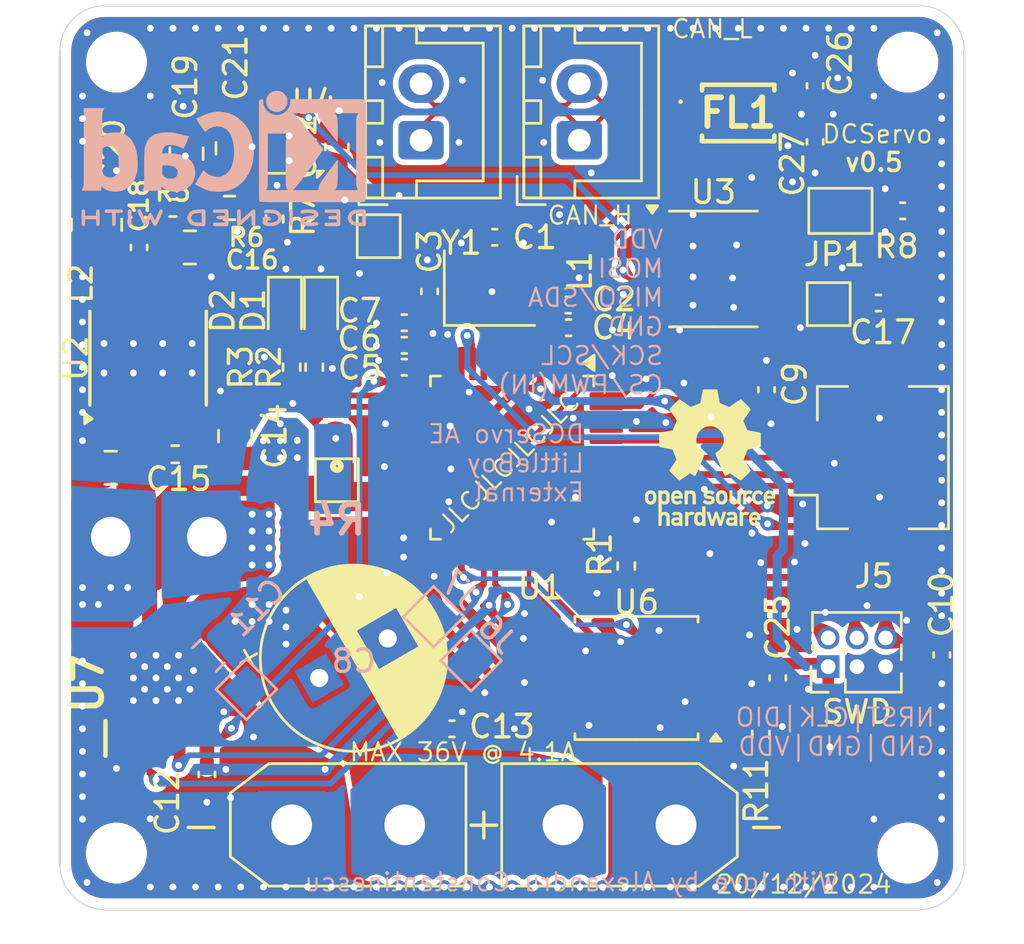
<source format=kicad_pcb>
(kicad_pcb (version 20240108) (generator "pcbnew") (generator_version "8.0")
  (layers (0 "F.Cu" signal "Front") (1 "In1.Cu" signal) (2 "In2.Cu" signal) (31 "B.Cu" signal "Back") (34 "B.Paste" user) (35 "F.Paste" user) (36 "B.SilkS" user "B.Silkscreen") (37 "F.SilkS" user "F.Silkscreen") (38 "B.Mask" user) (39 "F.Mask" user) (44 "Edge.Cuts" user))
  (net 0 "")
  (net 1 "GND")
  (net 2 "+3.3VA")
  (net 3 "+3V3")
  (net 4 "NRST")
  (net 5 "+12V")
  (net 6 "Net-(J10-Pin_1)")
  (net 7 "+5V")
  (net 8 "Net-(D1-Pad2)")
  (net 9 "Net-(D2-Pad2)")
  (net 10 "DRV_IN2")
  (net 11 "ISEN")
  (net 12 "DRV_IN1")
  (net 13 "SWDIO")
  (net 14 "SWCLK")
  (net 15 "MAG_CS")
  (net 16 "CAN_H")
  (net 17 "CAN_L")
  (net 18 "Net-(JP1-A)")
  (net 19 "RP_RX")
  (net 20 "RP_TX")
  (net 21 "Net-(J11-Pin_1)")
  (net 22 "Net-(U2-EN)")
  (net 23 "CAN_SILENT")
  (net 26 "FLASH_CS")
  (net 27 "FLASH_MISO")
  (net 28 "FLASH_MOSI")
  (net 29 "FLASH_CLK")
  (net 52 "Net-(R6-Pad1)")
  (net 53 "Net-(U2-FB)")
  (net 54 "Net-(U1-PA3)")
  (net 55 "Net-(U1-PA2)")
  (net 56 "SCK")
  (net 57 "MOSI")
  (net 58 "MISO")
  (net 59 "Net-(U2-BOOT)")
  (net 60 "Net-(U2-SW)")
  (net 61 "Net-(U2-VCC)")
  (net 62 "Net-(U1-PF1)")
  (net 63 "Net-(U1-PF0)")
  (net 64 "Net-(J13-Pin_2)")
  (net 65 "Net-(J13-Pin_1)")
  (footprint "Package_SO:Texas_HSOP-8-1EP_3.9x4.9mm_P1.27mm_ThermalVias" (layer "F.Cu") (at 126.9 58.6 90)
    (property "Reference" "U2")
    (property "Value" "LMR33630CDDA")
  )
  (footprint "Inductor_SMD:L_1008_2520Metric" (layer "F.Cu") (at 124.625 52.7 90)
    (property "Reference" "L2")
    (property "Value" "1.5 uH")
  )
  (footprint "Resistor_SMD:R_0402_1005Metric" (layer "F.Cu") (at 128.000001 51.949999 180)
    (property "Reference" "R5")
    (property "Value" "100k")
  )
  (footprint "Capacitor_SMD:C_0402_1005Metric" (layer "F.Cu") (at 145.48 56.25)
    (property "Reference" "C2")
    (property "Value" "100nF")
  )
  (footprint "LED_SMD:LED_0603_1608Metric" (layer "F.Cu") (at 134.55 56.5 -90)
    (property "Reference" "D1")
    (property "Value" "LED")
  )
  (footprint "Connector_Wire:SolderWire-1sqmm_1x01_D1.4mm_OD2.7mm" (layer "F.Cu") (at 129.5 66.5)
    (property "Reference" "J11" (hide yes))
    (property "Value" "MOT_A")
  )
  (footprint "Resistor_SMD:R_0402_1005Metric" (layer "F.Cu") (at 132.5 52.44 90)
    (property "Reference" "R7")
    (property "Value" "900")
  )
  (footprint "Capacitor_SMD:C_0402_1005Metric" (layer "F.Cu") (at 138.229999 58.029998 180)
    (property "Reference" "C6")
    (property "Value" "100nF")
  )
  (footprint "Capacitor_SMD:C_0402_1005Metric" (layer "F.Cu") (at 140.339411 75 180)
    (property "Reference" "C13")
    (property "Value" "100nF, 50V")
  )
  (footprint "Package_SO:SOIC-8_5.23x5.23mm_P1.27mm" (layer "F.Cu") (at 148.5 72.75 180)
    (property "Reference" "U6")
    (property "Value" "W25Q128JVS")
  )
  (footprint "MountingHole:MountingHole_2.2mm_M2" (layer "F.Cu") (at 160.5 45.5)
    (property "Reference" "H12" (hide yes))
    (property "Value" "MountingHole")
  )
  (footprint "TestPoint:TestPoint_Pad_1.5x1.5mm" (layer "F.Cu") (at 137.1 53.2 90)
    (property "Reference" "J1" (hide yes))
    (property "Value" "TESTPOINT")
  )
  (footprint "Capacitor_SMD:C_0805_2012Metric" (layer "F.Cu") (at 130.637497 49.309178 90)
    (property "Reference" "C21")
    (property "Value" "1uF, X7R")
  )
  (footprint "Crystal:Crystal_SMD_3225-4Pin_3.2x2.5mm" (layer "F.Cu") (at 142 55.5)
    (property "Reference" "Y1")
    (property "Value" "25 MHz")
  )
  (footprint "Resistor_SMD:R_0402_1005Metric" (layer "F.Cu") (at 128.1 62.85)
    (property "Reference" "R12" (hide yes))
    (property "Value" "100k")
  )
  (footprint "Capacitor_SMD:C_0805_2012Metric" (layer "F.Cu") (at 125.25 63.449999 180)
    (property "Reference" "C15")
    (property "Value" "220nF, 50V")
  )
  (footprint "MountingHole:MountingHole_2.2mm_M2" (layer "F.Cu") (at 125.5 45.5)
    (property "Reference" "H3" (hide yes))
    (property "Value" "MountingHole")
  )
  (footprint "Capacitor_SMD:C_0402_1005Metric" (layer "F.Cu") (at 154.75 72.75 -90)
    (property "Reference" "C25")
    (property "Value" "100nF")
  )
  (footprint "Capacitor_THT:CP_Radial_D8.0mm_P3.50mm" (layer "F.Cu") (at 134.468912 72.749999 30)
    (property "Reference" "C8")
    (property "Value" "100uF, 80V")
  )
  (footprint "Capacitor_SMD:C_0402_1005Metric" (layer "F.Cu") (at 138.229997 57.029997 180)
    (property "Reference" "C7")
    (property "Value" "4.7uF")
  )
  (footprint "TestPoint:TestPoint_Pad_1.5x1.5mm" (layer "F.Cu") (at 157.000447 56.207499 -90)
    (property "Reference" "J2" (hide yes))
    (property "Value" "TESTPOINT")
  )
  (footprint "Capacitor_SMD:C_0805_2012Metric" (layer "F.Cu") (at 126.6 49.25 -90)
    (property "Reference" "C20")
    (property "Value" "22uF, 16V")
  )
  (footprint "Package_SON:WSON-6-1EP_2x2mm_P0.65mm_EP1x1.6mm_ThermalVias" (layer "F.Cu") (at 133.137501 49.309177 180)
    (property "Reference" "U4")
    (property "Value" "TLV76733DRVx")
  )
  (footprint "Connector_AMASS:AMASS_XT30UPB-M_1x02_P5.0mm_Vertical" (layer "F.Cu") (at 150.249999 79.250002 180)
    (property "Reference" "J9" (hide yes))
    (property "Value" "Power_In")
  )
  (footprint "Package_SO:SOIC-8_3.9x4.9mm_P1.27mm" (layer "F.Cu") (at 151.9 54.65)
    (property "Reference" "U3")
    (property "Value" "TJA1051T-3")
  )
  (footprint "Capacitor_SMD:C_0805_2012Metric" (layer "F.Cu") (at 128.6 49.55 -90)
    (property "Reference" "C19")
    (property "Value" "22uF, 16V")
  )
  (footprint "KiCadLibrary:SOIC127P600X170-9N" (layer "F.Cu") (at 127.595001 72.712001 90)
    (property "Reference" "U7")
    (property "Value" "DRV8251DDAR" (hide yes))
  )
  (footprint "Resistor_SMD:R_0402_1005Metric" (layer "F.Cu") (at 154 75.25 90)
    (property "Reference" "R11")
    (property "Value" "10k")
  )
  (footprint "TestPoint:TestPoint_Pad_1.5x1.5mm" (layer "F.Cu") (at 132.25 47 -45)
    (property "Reference" "J12" (hide yes))
    (property "Value" "TESTPOINT")
  )
  (footprint "LED_SMD:LED_0603_1608Metric" (layer "F.Cu") (at 132.95 56.499997 -90)
    (property "Reference" "D2")
    (property "Value" "LED")
  )
  (footprint "Symbol:OSHW-Logo_5.7x6mm_SilkScreen" (layer "F.Cu") (at 151.75 63)
    (property "Reference" "REF**" (hide yes))
    (property "Value" "OSHW-Logo_5.7x6mm_SilkScreen" (hide yes))
  )
  (footprint "Capacitor_SMD:C_0402_1005Metric" (layer "F.Cu") (at 156.4 49.028237 90)
    (property "Reference" "C27")
    (property "Value" "100pF")
  )
  (footprint "Connector_PinHeader_1.27mm:PinHeader_2x03_P1.27mm_Vertical" (layer "F.Cu") (at 156.979999 72.25 90)
    (property "Reference" "SWD")
    (property "Value" "Prog_IN")
  )
  (footprint "Connector_AMASS:AMASS_XT30UPB-M_1x02_P5.0mm_Vertical" (layer "F.Cu") (at 133.25 79.25)
    (property "Reference" "J8" (hide yes))
    (property "Value" "Power_In")
  )
  (footprint "Connector_JST:JST_XH_B2B-XH-A_1x02_P2.50mm_Vertical" (layer "F.Cu") (at 138.972499 48.955001 90)
    (property "Reference" "J13" (hide yes))
    (property "Value" "Control_In")
  )
  (footprint "Capacitor_SMD:C_0402_1005Metric" (layer "F.Cu") (at 138.23 59 180)
    (property "Reference" "C5")
    (property "Value" "100nF")
  )
  (footprint "Connector_Wire:SolderWire-1sqmm_1x01_D1.4mm_OD2.7mm" (layer "F.Cu") (at 125.25 66.5)
    (property "Reference" "J10" (hide yes))
    (property "Value" "MOT_B")
  )
  (footprint "Connector_JST:JST_XH_B2B-XH-A_1x02_P2.50mm_Vertical" (layer "F.Cu") (at 145.972498 48.955001 90)
    (property "Reference" "J14" (hide yes))
    (property "Value" "Control_In")
  )
  (footprint "Capacitor_SMD:C_0402_1005Metric" (layer "F.Cu") (at 154.25 60 90)
    (property "Reference" "C9")
    (property "Value" "100nF")
  )
  (footprint "TestPoint:TestPoint_Pad_1.5x1.5mm" (layer "F.Cu") (at 135.25 64)
    (property "Reference" "J17" (hide yes))
    (property "Value" "TESTPOINT")
  )
  (footprint "Library:ERJB1_(1020)" (layer "F.Cu") (at 135.250001 65.75 -90)
    (property "Reference" "R4")
    (property "Value" "ERJ-B1CFR10U" (hide yes))
  )
  (footprint "MountingHole:MountingHole_2.2mm_M2" (layer "F.Cu") (at 160.5 80.5)
    (property "Reference" "H2" (hide yes))
    (property "Value" "MountingHole")
  )
  (footprint "Resistor_SMD:R_0402_1005Metric" (layer "F.Cu") (at 134.25 58.999998 90)
    (property "Reference" "R2")
    (property "Value" "470")
  )
  (footprint "Capacitor_SMD:C_0603_1608Metric" (layer "F.Cu") (at 135.25 49.25 90)
    (property "Reference" "C22")
    (property "Value" "2.2uF")
  )
  (footprint "Capacitor_SMD:C_0402_1005Metric" (layer "F.Cu") (at 145.5 57.25)
    (property "Reference" "C4")
    (property "Value" "1uF")
  )
  (footprint "Jumper:SolderJumper-2_P1.3mm_Open_Pad1.0x1.5mm" (layer "F.Cu") (at 157.520448 52.080002 180)
    (property "Reference" "JP1")
    (property "Value" "Termination Jumper")
  )
  (footprint "Capacitor_SMD:C_0402_1005Metric" (layer "F.Cu") (at 156.400003 46.548237 90)
    (property "Reference" "C26")
    (property "Value" "100pF")
  )
  (footprint "Capacitor_SMD:C_0402_1005Metric" (layer "F.Cu") (at 129.5 77.02 90)
    (property "Reference" "C12")
    (property "Value" "100nF, X7R")
  )
  (footprint "Capacitor_SMD:C_0402_1005Metric" (layer "F.Cu") (at 159.200448 56.157502)
    (property "Reference" "C17")
    (property "Value" "100nF")
  )
  (footprint "Inductor_SMD:L_0402_1005Metric" (layer "F.Cu") (at 145 54.734998 -90)
    (property "Reference" "L1")
    (property "Value" "27nH")
  )
  (footprint "Capacitor_SMD:C_0402_1005Metric" (layer "F.Cu") (at 160.270449 52.080002)
    (property "Reference" "R8")
    (property "Value" "120")
  )
  (footprint "Capacitor_SMD:C_0402_1005Metric" (layer "F.Cu") (at 162.004999 71.73 90)
    (property "Reference" "C10")
    (property "Value" "100nF")
  )
  (footprint "Connector_FFC-FPC:Hirose_FH12-6S-0.5SH_1x06-1MP_P0.50mm_Horizontal" (layer "F.Cu") (at 157.8 63 90)
    (property "Reference" "J5")
    (property "Value" "Conn_01x06_MountingPin")
  )
  (footprint "Capacitor_SMD:C_0402_1005Metric" (layer "F.Cu") (at 126.5 53.700001 90)
    (property "Reference" "C18")
    (property "Value" "100nF, 16V")
  )
  (footprint "Resistor_SMD:R_0402_1005Metric" (layer "F.Cu") (at 148.05 67.8 90)
    (property "Reference" "R1")
    (property "Value" "10k")
  )
  (footprint "Package_QFP:LQFP-48_7x7mm_P0.5mm" (layer "F.Cu") (at 143 63 -90)
    (property "Reference" "U1")
    (property "Value" "STM32G0B1CBTx")
  )
  (footprint "Resistor_SMD:R_0402_1005Metric" (layer "F.Cu") (at 133.25 58.999998 90)
    (property "Reference" "R3")
    (property "Value" "470")
  )
  (footprint "Capacitor_SMD:C_0805_2012Metric" (layer "F.Cu") (at 130.75 62.05 90)
    (property "Reference" "C14")
    (property "Value" "10uF, 50V")
  )
  (footprint "Capacitor_SMD:C_0805_2012Metric" (layer "F.Cu") (at 128.75 53.7)
    (property "Reference" "C16")
    (property "Value" "1uF, 16V, X7R")
  )
  (footprint "MountingHole:MountingHole_2.2mm_M2" (layer "F.Cu") (at 125.5 80.5)
    (property "Reference" "H6" (hide yes))
    (property "Value" "MountingHole")
  )
  (footprint "Capacitor_SMD:C_0402_1005Metric" (layer "F.Cu") (at 142.23 53.25 180)
    (property "Reference" "C1")
    (property "Value" "TBC")
  )
  (footprint "Resistor_SMD:R_0603_1608Metric" (layer "F.Cu") (at 130.5 51.95 180)
    (property "Reference" "R6")
    (property "Value" "24k")
  )
  (footprint "_custom:ACT1210D1012PTL00" (layer "F.Cu") (at 153 47.75)
    (property "Reference" "FL1")
    (property "Value" "ACT1210D-101-2P-TL00" (hide yes))
  )
  (footprint "Capacitor_SMD:C_0402_1005Metric" (layer "F.Cu") (at 139.35 55.65 90)
    (property "Reference" "C3")
    (property "Value" "TBC")
  )
  (footprint "TestPoint:TestPoint_Pad_1.5x1.5mm" (layer "B.Cu") (at 141.185353 71.985841 135)
    (property "Reference" "J6")
    (property "Value" "TESTPOINT")
  )
  (footprint "TestPoint:TestPoint_Pad_1.5x1.5mm" (layer "B.Cu") (at 131.25 73.25 45)
    (property "Reference" "J3" (hide yes))
    (property "Value" "TESTPOINT")
  )
  (footprint "Capacitor_SMD:C_0805_2012Metric" (layer "B.Cu") (at 129.578248 71.75 45)
    (property "Reference" "C11")
    (property "Value" "10uF, 50V")
  )
  (footprint "TestPoint:TestPoint_Pad_1.5x1.5mm" (layer "B.Cu") (at 139.53 70.04 135)
    (property "Reference" "J7")
    (property "Value" "TESTPOINT")
  )
  (footprint "Symbol:KiCad-Logo2_5mm_SilkScreen" (layer "B.Cu") (at 130.25 49.75 180)
    (property "Reference" "REF**" (hide yes))
    (property "Value" "KiCad-Logo2_5mm_SilkScreen" (hide yes))
  )
  (gr_line (start 125 83) (end 161 83) (stroke (width 0.1)) (layer "Edge.Cuts"))
  (gr_line (start 161 43) (end 125 43) (stroke (width 0.1)) (layer "Edge.Cuts"))
  (gr_arc (start 125 83) (mid 123.585786 82.414214) (end 123 81) (stroke (width 0.05)) (layer "Edge.Cuts"))
  (gr_arc (start 123 45) (mid 123.585786 43.585786) (end 125 43) (stroke (width 0.05)) (layer "Edge.Cuts"))
  (gr_arc (start 163 81) (mid 162.414214 82.414214) (end 161 83) (stroke (width 0.05)) (layer "Edge.Cuts"))
  (gr_arc (start 161 43) (mid 162.414214 43.585786) (end 163 45) (stroke (width 0.05)) (layer "Edge.Cuts"))
  (gr_line (start 163 45) (end 163 81) (stroke (width 0.1)) (layer "Edge.Cuts"))
  (gr_line (start 123 45) (end 123 81) (stroke (width 0.1)) (layer "Edge.Cuts"))
  (gr_text "DCServo AE\nLittleBoy\nExternal" (at 146.25 65 -0) (layer "B.SilkS") (effects (font (size 0.8 0.8) (thickness 0.1)) (justify left bottom mirror)))
  (gr_text "NRST|CLK|DIO\nGND|GND|VDD" (at 161.75 76.25 0) (layer "B.SilkS") (effects (font (size 0.8 0.8) (thickness 0.1)) (justify left bottom mirror)))
  (gr_text "With love by Alexandru Constantinescu" (at 157.5 82.25 0) (layer "B.SilkS") (effects (font (size 0.8 0.8) (thickness 0.1)) (justify left bottom mirror)))
  (gr_text "VDD\nMOSI\nMISO/SDA\nGND\nSCK/SCL\nCS/PWM(IN)" (at 149.75 60.25 0) (layer "B.SilkS") (effects (font (size 0.8 0.8) (thickness 0.1)) (justify left bottom mirror)))
  (gr_text "DCServo" (at 156.65 49.15 0) (layer "F.SilkS") (effects (font (size 0.8 0.8) (thickness 0.1)) (justify left bottom)))
  (gr_text "CAN_H" (at 144.5 52.75 0) (layer "F.SilkS") (effects (font (size 0.8 0.8) (thickness 0.1)) (justify left bottom)))
  (gr_text "MAX 36V @ 4.1A" (at 135.75 76.5 0) (layer "F.SilkS") (effects (font (size 0.8 0.8) (thickness 0.1)) (justify left bottom)))
  (gr_text "CAN_L" (at 150 44.5 0) (layer "F.SilkS") (effects (font (size 0.8 0.8) (thickness 0.1)) (justify left bottom)))
  (gr_text "JLCJLCJLCJLC" (at 140.25 66.5 45) (layer "F.SilkS") (effects (font (size 0.8 0.8) (thickness 0.1)) (justify left bottom)))
  (gr_text "v0.5" (at 157.65 50.4 0) (layer "F.SilkS") (effects (font (size 0.8 0.8) (thickness 0.15) (bold yes)) (justify left bottom)))
  (gr_text "\n20/12/2024" (at 151.95 82.35 0) (layer "F.SilkS") (effects (font (size 0.8 0.8) (thickness 0.1)) (justify left bottom)))
  (segment (start 157 63.249999) (end 156.999999 63.249999) (width 0.254) (layer "F.Cu") (net 1))
  (segment (start 142.109258 55.65678) (end 141.102479 54.650001) (width 0.254) (layer "F.Cu") (net 1))
  (segment (start 160.02 72.250001) (end 161.714998 72.250001) (width 0.3) (layer "F.Cu") (net 1))
  (segment (start 142.109258 55.65678) (end 142.802477 56.349999) (width 0.254) (layer "F.Cu") (net 1))
  (segment (start 142.802477 56.349999) (end 143.100001 56.349999) (width 0.254) (layer "F.Cu") (net 1))
  (segment (start 140.75 53.5) (end 141 53.25) (width 0.254) (layer "F.Cu") (net 1))
  (segment (start 145.73 56.27) (end 145.71 56.25) (width 0.254) (layer "F.Cu") (net 1))
  (segment (start 142.75 59.645592) (end 142.75 58.8375) (width 0.254) (layer "F.Cu") (net 1))
  (segment (start 125.690002 76.559998) (end 125.5 76.75) (width 0.254) (layer "F.Cu") (net 1))
  (segment (start 145.98 57.25) (end 145.98 56.27) (width 0.254) (layer "F.Cu") (net 1))
  (segment (start 132.25 49.309178) (end 132.587502 49.309178) (width 0.254) (layer "F.Cu") (net 1))
  (segment (start 157.25 63.25) (end 157 63.249999) (width 0.254) (layer "F.Cu") (net 1))
  (segment (start 125.05 61.355001) (end 124.994999 61.3) (width 0.508) (layer "F.Cu") (net 1))
  (segment (start 134.025 48.659176) (end 134.959995 48.659177) (width 0.4) (layer "F.Cu") (net 1))
  (segment (start 141.1 60.1) (end 142.295592 60.1) (width 0.254) (layer "F.Cu") (net 1))
  (segment (start 142.295592 60.1) (end 142.75 59.645592) (width 0.254) (layer "F.Cu") (net 1))
  (segment (start 130.75 51.25) (end 130.913822 51.086178) (width 0.254) (layer "F.Cu") (net 1))
  (segment (start 156.999998 63.249999) (end 157.25 63.25) (width 0.254) (layer "F.Cu") (net 1))
  (segment (start 130.913822 51.086178) (end 131.5 51.086178) (width 0.254) (layer "F.Cu") (net 1))
  (segment (start 131.663822 51.086178) (end 131.75 51) (width 0.254) (layer "F.Cu") (net 1))
  (segment (start 132.587502 49.309178) (end 133.137498 48.759178) (width 0.254) (layer "F.Cu") (net 1))
  (segment (start 124.995 59.295002) (end 124.949999 59.25) (width 0.508) (layer "F.Cu") (net 1))
  (segment (start 124.994999 61.3) (end 124.995 59.295002) (width 0.508) (layer "F.Cu") (net 1))
  (segment (start 132.587502 49.309178) (end 133.137499 49.859177) (width 0.254) (layer "F.Cu") (net 1))
  (segment (start 139.35 54.35) (end 139.25 54.25) (width 0.254) (layer "F.Cu") (net 1))
  (segment (start 145.96 56.25) (end 145.96 55.04) (width 0.254) (layer "F.Cu") (net 1))
  (segment (start 129.5 77.5) (end 129.5 78.25) (width 0.2) (layer "F.Cu") (net 1))
  (segment (start 139.35 55.17) (end 139.35 54.35) (width 0.254) (layer "F.Cu") (net 1))
  (segment (start 141 53.25) (end 141.75 53.25) (width 0.254) (layer "F.Cu") (net 1))
  (segment (start 125.690002 75.424002) (end 125.690002 76.559998) (width 0.254) (layer "F.Cu") (net 1))
  (segment (start 141.102479 54.650001) (end 140.899999 54.650001) (width 0.254) (layer "F.Cu") (net 1))
  (segment (start 155.949998 63.249999) (end 156.999998 63.249999) (width 0.254) (layer "F.Cu") (net 1))
  (segment (start 132.25 49.309178) (end 133.137501 49.309177) (width 0.254) (layer "F.Cu") (net 1))
  (via (at 151.5 64.4) (size 0.6) (drill 0.3) (layers "F.Cu" "B.Cu") (net 1))
  (via (at 139 44) (size 0.6) (drill 0.3) (layers "F.Cu" "B.Cu") (net 1))
  (via (at 156.1 73.25) (size 0.6) (drill 0.3) (layers "F.Cu" "B.Cu") (net 1))
  (via (at 129 82) (size 0.6) (drill 0.3) (layers "F.Cu" "B.Cu") (net 1))
  (via (at 146.5 50.4) (size 0.6) (drill 0.3) (layers "F.Cu" "B.Cu") (net 1))
  (via (at 162 52) (size 0.6) (drill 0.3) (layers "F.Cu" "B.Cu") (net 1))
  (via (at 143.5 71) (size 0.6) (drill 0.3) (layers "F.Cu" "B.Cu") (net 1))
  (via (at 140 82) (size 0.6) (drill 0.3) (layers "F.Cu" "B.Cu") (net 1))
  (via (at 162 48) (size 0.6) (drill 0.3) (layers "F.Cu" "B.Cu") (net 1))
  (via (at 124 47) (size 0.6) (drill 0.3) (layers "F.Cu" "B.Cu") (net 1))
  (via (at 136 44) (size 0.6) (drill 0.3) (layers "F.Cu" "B.Cu") (net 1))
  (via (at 125.5 50.3) (size 0.6) (drill 0.3) (layers "F.Cu" "B.Cu") (net 1))
  (via (at 142 44) (size 0.6) (drill 0.3) (layers "F.Cu" "B.Cu") (net 1))
  (via (at 131.56 75.36) (size 0.6) (drill 0.3) (layers "F.Cu" "B.Cu") (net 1))
  (via (at 124 76) (size 0.6) (drill 0.3) (layers "F.Cu" "B.Cu") (net 1))
  (via (at 161.8 44.2) (size 0.6) (drill 0.3) (layers "F.Cu" "B.Cu") (net 1))
  (via (at 142.109258 55.65678) (size 0.6) (drill 0.3) (layers "F.Cu" "B.Cu") (net 1))
  (via (at 132 44) (size 0.6) (drill 0.3) (layers "F.Cu" "B.Cu") (net 1))
  (via (at 128.906496 72.421752) (size 0.6) (drill 0.3) (layers "F.Cu" "B.Cu") (net 1))
  (via (at 141.980921 69.532367) (size 0.6) (drill 0.3) (layers "F.Cu" "B.Cu") (net 1))
  (via (at 152.93 53.59) (size 0.6) (drill 0.3) (layers "F.Cu" "B.Cu") (net 1))
  (via (at 128.45 47.45) (size 0.6) (drill 0.3) (layers "F.Cu" "B.Cu") (net 1))
  (via (at 153.5 70.85) (size 0.6) (drill 0.3) (layers "F.Cu" "B.Cu") (net 1))
  (via (at 162 64) (size 0.6) (drill 0.3) (layers "F.Cu" "B.Cu") (net 1))
  (via (at 147 44) (size 0.6) (drill 0.3) (layers "F.Cu" "B.Cu") (net 1))
  (via (at 152.75 55.05) (size 0.6) (drill 0.3) (layers "F.Cu" "B.Cu") (net 1))
  (via (at 155 44) (size 0.6) (drill 0.3) (layers "F.Cu" "B.Cu") (net 1))
  (via (at 148.5 65.75) (size 0.6) (drill 0.3) (layers "F.Cu" "B.Cu") (net 1))
  (via (at 136 82) (size 0.6) (drill 0.3) (layers "F.Cu" "B.Cu") (net 1))
  (via (at 162.004999 73) (size 0.6) (drill 0.3) (layers "F.Cu" "B.Cu") (net 1))
  (via (at 126.25 73.75) (size 0.6) (drill 0.3) (layers "F.Cu" "B.Cu") (net 1))
  (via (at 133.06 53.47) (size 0.6) (drill 0.3) (layers "F.Cu" "B.Cu") (net 1))
  (via (at 155.2 49.2) (size 0.6) (drill 0.3) (layers "F.Cu" "B.Cu") (net 1))
  (via (at 162 74) (size 0.6) (drill 0.3) (layers "F.Cu" "B.Cu") (net 1))
  (via (at 157.4 46.2) (size 0.6) (drill 0.3) (layers "F.Cu" "B.Cu") (net 1))
  (via (at 149 44) (size 0.6) (drill 0.3) (layers "F.Cu" "B.Cu") (net 1))
  (via (at 145 44) (size 0.6) (drill 0.3) (layers "F.Cu" "B.Cu") (net 1))
  (via (at 127 82) (size 0.6) (drill 0.3) (layers "F.Cu" "B.Cu") (net 1))
  (via (at 124 56) (size 0.6) (drill 0.3) (layers "F.Cu" "B.Cu") (net 1))
  (via (at 139.5 57.5) (size 0.6) (drill 0.3) (layers "F.Cu" "B.Cu") (net 1))
  (via (at 159 82) (size 0.6) (drill 0.3) (layers "F.Cu" "B.Cu") (net 1))
  (via (at 155.4 50.8) (size 0.6) (drill 0.3) (layers "F.Cu" "B.Cu") (net 1))
  (via (at 160.45 70.2) (size 0.6) (drill 0.3) (layers "F.Cu" "B.Cu") (net 1))
  (via (at 143.55 69.9) (size 0.6) (drill 0.3) (layers "F.Cu" "B.Cu") (net 1))
  (via (at 148.5 61.4) (size 0.6) (drill 0.3) (layers "F.Cu" "B.Cu") (net 1))
  (via (at 130.25 74.25) (size 0.6) (drill 0.3) (layers "F.Cu" "B.Cu") (net 1))
  (via (at 141 44) (size 0.6) (drill 0.3) (layers "F.Cu" "B.Cu") (net 1))
  (via (at 154.95 74.9) (size 0.6) (drill 0.3) (layers "F.Cu" "B.Cu") (net 1))
  (via (at 154 82) (size 0.6) (drill 0.3) (layers "F.Cu" "B.Cu") (net 1))
  (via (at 144 82) (size 0.6) (drill 0.3) (layers "F.Cu" "B.Cu") (net 1))
  (via (at 149.8 61.45) (size 0.6) (drill 0.3) (layers "F.Cu" "B.Cu") (net 1))
  (via (at 138.2 67.4) (size 0.6) (drill 0.3) (layers "F.Cu" "B.Cu") (net 1))
  (via (at 146.75 69) (size 0.6) (drill 0.3) (layers "F.Cu" "B.Cu") (net 1))
  (via (at 162 76) (size 0.6) (drill 0.3) (layers "F.Cu" "B.Cu") (net 1))
  (via (at 145.1 52.25) (size 0.6) (drill 0.3) (layers "F.Cu" "B.Cu") (net 1))
  (via (at 152.8 56.35) (size 0.6) (drill 0.3) (layers "F.Cu" "B.Cu") (net 1))
  (via (at 154 44) (size 0.6) (drill 0.3) (layers "F.Cu" "B.Cu") (net 1))
  (via (at 162 67) (size 0.6) (drill 0.3) (layers "F.Cu" "B.Cu") (net 1))
  (via (at 151 82) (size 0.6) (drill 0.3) (layers "F.Cu" "B.Cu") (net 1))
  (via (at 153.607712 66.333822) (size 0.6) (drill 0.3) (layers "F.Cu" "B.Cu") (net 1))
  (via (at 135.6 51.6) (size 0.6) (drill 0.3) (layers "F.Cu" "B.Cu") (net 1))
  (via (at 152 44) (size 0.6) (drill 0.3) (layers "F.Cu" "B.Cu") (net 1))
  (via (at 135.35 47.65) (size 0.6) (drill 0.3) (layers "F.Cu" "B.Cu") (net 1))
  (via (at 157.2 47.8) (size 0.6) (drill 0.3) (layers "F.Cu" "B.Cu") (net 1))
  (via (at 144.4 49.05) (size 0.6) (drill 0.3) (layers "F.Cu" "B.Cu") (net 1))
  (via (at 128.55 49.65) (size 0.6) (drill 0.3) (layers "F.Cu" "B.Cu") (net 1))
  (via (at 128 82) (size 0.6) (drill 0.3) (layers "F.Cu" "B.Cu") (net 1))
  (via (at 130 82) (size 0.6) (drill 0.3) (layers "F.Cu" "B.Cu") (net 1))
  (via (at 138 44) (size 0.6) (drill 0.3) (layers "F.Cu" "B.Cu") (net 1))
  (via (at 129 44) (size 0.6) (drill 0.3) (layers "F.Cu" "B.Cu") (net 1))
  (via (at 137.15 49.05) (size 0.6) (drill 0.3) (layers "F.Cu" "B.Cu") (net 1))
  (via (at 124 58) (size 0.6) (drill 0.3) (layers "F.Cu" "B.Cu") (net 1))
  (via (at 134.726644 76.786644) (size 0.6) (drill 0.3) (layers "F.Cu" "B.Cu") (net 1))
  (via (at 158 44) (size 0.6) (drill 0.3) (layers "F.Cu" "B.Cu") (net 1))
  (via (at 124 49) (size 0.6) (drill 0.3) (layers "F.Cu" "B.Cu") (net 1))
  (via (at 150.65 73.8) (size 0.6) (drill 0.3) (layers "F.Cu" "B.Cu") (net 1))
  (via (at 162 56) (size 0.6) (drill 0.3) (layers "F.Cu" "B.Cu") (net 1))
  (via (at 132 82) (size 0.6) (drill 0.3) (layers "F.Cu" "B.Cu") (net 1))
  (via (at 159.5 53) (size 0.6) (drill 0.3) (layers "F.Cu" "B.Cu") (net 1))
  (via (at 130.34 76.796) (size 0.6) (drill 0.3) (layers "F.Cu" "B.Cu") (net 1))
  (via (at 159 79) (size 0.6) (drill 0.3) (layers "F.Cu" "B.Cu") (net 1))
  (via (at 147 82) (size 0.6) (drill 0.3) (layers "F.Cu" "B.Cu") (net 1))
  (via (at 132.6 50.95) (size 0.6) (drill 0.3) (layers "F.Cu" "B.Cu") (net 1))
  (via (at 136.25 54.85) (size 0.6) (drill 0.3) (layers "F.Cu" "B.Cu") (net 1))
  (via (at 149.5 70.65) (size 0.6) (drill 0.3) (layers "F.Cu" "B.Cu") (net 1))
  (via (at 154.45 61.5) (size 0.6) (drill 0.3) (layers "F.Cu" "B.Cu") (net 1))
  (via (at 155.6 70.6) (size 0.6) (drill 0.3) (layers "F.Cu" "B.Cu") (net 1))
  (via (at 128.25 73.75) (size 0.6) (drill 0.3) (layers "F.Cu" "B.Cu") (net 1))
  (via (at 148.925449 59.52) (size 0.6) (drill 0.3) (layers "F.Cu" "B.Cu") (net 1))
  (via (at 144.75 65.85) (size 0.6) (drill 0.3) (layers "F.Cu" "B.Cu") (net 1))
  (via (at 140.2 64.95) (size 0.6) (drill 0.3) (layers "F.Cu" "B.Cu") (net 1))
  (via (at 146 44) (size 0.6) (drill 0.3) (layers "F.Cu" "B.Cu") (net 1))
  (via (at 139.25 54.25) (size 0.6) (drill 0.3) (layers "F.Cu" "B.Cu") (net 1))
  (via (at 130.85 53) (size 0.6) (drill 0.3) (layers "F.Cu" "B.Cu") (net 1))
  (via (at 130.1 60.05) (size 0.6) (drill 0.3) (layers "F.Cu" "B.Cu") (net 1))
  (via (at 162 61) (size 0.6) (drill 0.3) (layers "F.Cu" "B.Cu") (net 1))
  (via (at 147.91 55.77) (size 0.6) (drill 0.3) (layers "F.Cu" "B.Cu") (net 1))
  (via (at 127.25 72.75) (size 0.6) (drill 0.3) (layers "F.Cu" "B.Cu") (net 1))
  (via (at 159 47) (size 0.6) (drill 0.3) (layers "F.Cu" "B.Cu") (net 1))
  (via (at 162 51) (size 0.6) (drill 0.3) (layers "F.Cu" "B.Cu") (net 1))
  (via (at 159.25 64.75) (size 0.6) (drill 0.3) (layers "F.Cu" "B.Cu") (net 1))
  (via (at 156 44) (size 0.6) (drill 0.3) (layers "F.Cu" "B.Cu") (net 1))
  (via (at 135 82) (size 0.6) (drill 0.3) (layers "F.Cu" "B.Cu") (net 1))
  (via (at 162 78) (size 0.6) (drill 0.3) (layers "F.Cu" "B.Cu") (net 1))
  (via (at 162 62) (size 0.6) (drill 0.3) (layers "F.Cu" "B.Cu") (net 1))
  (via (at 156.85 69.85) (size 0.6) (drill 0.3) (layers "F.Cu" "B.Cu") (net 1))
  (via (at 162 55) (size 0.6) (drill 0.3) (layers "F.Cu" "B.Cu") (net 1))
  (via (at 126.75 73.25) (size 0.6) (drill 0.3) (layers "F.Cu" "B.Cu") (net 1))
  (via (at 127.25 73.75) (size 0.6) (drill 0.3) (layers "F.Cu" "B.Cu") (net 1))
  (via (at 143.55 72.95) (size 0.6) (drill 0.3) (layers "F.Cu" "B.Cu") (net 1))
  (via (at 140 44) (size 0.6) (drill 0.3) (layers "F.Cu" "B.Cu") (net 1))
  (via (at 132.05 58.55) (size 0.6) (drill 0.3) (layers "F.Cu" "B.Cu") (net 1))
  (via (at 147.43 59.37) (size 0.6) (drill 0.3) (layers "F.Cu" "B.Cu") (net 1))
  (via (at 155.399999 45.980001) (size 0.6) (drill 0.3) (layers "F.Cu" "B.Cu") (net 1))
  (via (at 148 44) (size 0.6) (drill 0.3) (layers "F.Cu" "B.Cu") (net 1))
  (via (at 145.8 64.75) (size 0.6) (drill 0.3) (layers "F.Cu" "B.Cu") (net 1))
  (via (at 152.8 76.65) (size 0.6) (drill 0.3) (layers "F.Cu" "B.Cu") (net 1))
  (via (at 157 82) (size 0.6) (drill 0.3) (layers "F.Cu" "B.Cu") (net 1))
  (via (at 137.25 46.4) (size 0.6) (drill 0.3) (layers "F.Cu" "B.Cu") (net 1))
  (via (at 137.1 58.7) (size 0.6) (drill 0.3) (layers "F.Cu" "B.Cu") (net 1))
  (via (at 137.35 63.4) (size 0.6) (drill 0.3) (layers "F.Cu" "B.Cu") (net 1))
  (via (at 127.75 72.25) (size 0.6) (drill 0.3) (layers "F.Cu" "B.Cu") (net 1))
  (via (at 145.96 55.04) (size 0.6) (drill 0.3) (layers "F.Cu" "B.Cu") (net 1))
  (via (at 143 44) (size 0.6) (drill 0.3) (layers "F.Cu" "B.Cu") (net 1))
  (via (at 161.8 81.8) (size 0.6) (drill 0.3) (layers "F.Cu" "B.Cu") (net 1))
  (via (at 151 53.64) (size 0.6) (drill 0.3) (layers "F.Cu" "B.Cu") (net 1))
  (via (at 127 47) (size 0.6) (drill 0.3) (layers "F.Cu" "B.Cu") (net 1))
  (via (at 137 57.05) (size 0.6) (drill 0.3) (layers "F.Cu" "B.Cu") (net 1))
  (via (at 129.5 78.25) (size 0.6) (drill 0.3) (layers "F.Cu" "B.Cu") (net 1))
  (via (at 143.5 53.5) (size 0.6) (drill 0.3) (layers "F.Cu" "B.Cu") (net 1))
  (via (at 146.9 67.45) (size 0.6) (drill 0.3) (layers "F.Cu" "B.Cu") (net 1))
  (via (at 124 59) (size 0.6) (drill 0.3) (layers "F.Cu" "B.Cu") (net 1))
  (via (at 139.55 68.25) (size 0.6) (drill 0.3) (layers "F.Cu" "B.Cu") (net 1))
  (via (at 124 57) (size 0.6) (drill 0.3) (layers "F.Cu" "B.Cu") (net 1))
  (via (at 138 82) (size 0.6) (drill 0.3) (layers "F.Cu" "B.Cu") (net 1))
  (via (at 126.25 72.75) (size 0.6) (drill 0.3) (layers "F.Cu" "B.Cu") (net 1))
  (via (at 148 82) (size 0.6) (drill 0.3) (layers "F.Cu" "B.Cu") (net 1))
  (via (at 141 82) (size 0.6) (drill 0.3) (layers "F.Cu" "B.Cu") (net 1))
  (via (at 146 82) (size 0.6) (drill 0.3) (layers "F.Cu" "B.Cu") (net 1))
  (via (at 126.75 72.25) (size 0.6) (drill 0.3) (layers "F.Cu" "B.Cu") (net 1))
  (via (at 157.05 75.8) (size 0.6) (drill 0.3) (layers "F.Cu" "B.Cu") (net 1))
  (via (at 127 44) (size 0.6) (drill 0.3) (layers "F.Cu" "B.Cu") (net 1))
  (via (at 154 67.65) (size 0.6) (drill 0.3) (layers "F.Cu" "B.Cu") (net 1))
  (via (at 162 70) (size 0.6) (drill 0.3) (layers "F.Cu" "B.Cu") (net 1))
  (via (at 162 59) (size 0.6) (drill 0.3) (layers "F.Cu" "B.Cu") (net 1))
  (via (at 134 44) (size 0.6) (drill 0.3) (layers "F.Cu" "B.Cu") (net 1))
  (via (at 149 82) (size 0.6) (drill 0.3) (layers "F.Cu" "B.Cu") (net 1))
  (via (at 146.25 71.55) (size 0.6) (drill 0.3) (layers "F.Cu" "B.Cu") (net 1))
  (via (at 162 57) (size 0.6) (drill 0.3) (layers "F.Cu" "B.Cu") (net 1))
  (via (at 131 82) (size 0.6) (drill 0.3) (layers "F.Cu" "B.Cu") (net 1))
  (via (at 162 77) (size 0.6) (drill 0.3) (layers "F.Cu" "B.Cu") (net 1))
  (via (at 141.1 60.1) (size 0.6) (drill 0.3) (layers "F.Cu" "B.Cu") (net 1))
  (via (at 144 44) (size 0.6) (drill 0.3) (layers "F.Cu" "B.Cu") (net 1))
  (via (at 151.8 61.2) (size 0.6) (drill 0.3) (layers "F.Cu" "B.Cu") (net 1))
  (via (at 130.55 78.05) (size 0.6) (drill 0.3) (layers "F.Cu" "B.Cu") (net 1))
  (via (at 137 44) (size 0.6) (drill 0.3) (layers "F.Cu" "B.Cu") (net 1))
  (via (at 158.7 69.55) (size 0.6) (drill 0.3) (layers "F.Cu" "B.Cu") (net 1))
  (via (at 135 44) (size 0.6) (drill 0.3) (layers "F.Cu" "B.Cu") (net 1))
  (via (at 124 60) (size 0.6) (drill 0.3) (layers "F.Cu" "B.Cu") (net 1))
  (via (at 137 58.05) (size 0.6) (drill 0.3) (layers "F.Cu" "B.Cu") (net 1))
  (via (at 157.6 54.6) (size 0.6) (drill 0.3) (layers "F.Cu" "B.Cu") (net 1))
  (via (at 128.25 72.75) (size 0.6) (drill 0.3) (layers "F.Cu" "B.Cu") (net 1))
  (via (at 162 79) (size 0.6) (drill 0.3) (layers "F.Cu" "B.Cu") (net 1))
  (via (at 162 75) (size 0.6) (drill 0.3) (layers "F.Cu" "B.Cu") (net 1))
  (via (at 133 82) (size 0.6) (drill 0.3) (layers "F.Cu" "B.Cu") (net 1))
  (via (at 124 62.25) (size 0.6) (drill 0.3) (layers "F.Cu" "B.Cu") (net 1))
  (via (at 137.4 61.5) (size 0.6) (drill 0.3) (layers "F.Cu" "B.Cu") (net 1))
  (via (at 159.25 61.25) (size 0.6) (drill 0.3) (layers "F.Cu" "B.Cu") (net 1))
  (via (at 127.25 71.75) (size 0.6) (drill 0.3) (layers "F.Cu" "B.Cu") (net 1))
  (via (at 144.35 46.3) (size 0.6) (drill 0.3) (layers "F.Cu" "B.Cu") (net 1))
  (via (at 149.55 74.95) (size 0.6) (drill 0.3) (layers "F.Cu" "B.Cu") (net 1))
  (via (at 155.75 57.25) (size 0.6) (drill 0.3) (layers "F.Cu" "B.Cu") (net 1))
  (via (at 143.75 60.85) (size 0.6) (drill 0.3) (layers "F.Cu" "B.Cu") (net 1))
  (via (at 145 82) (size 0.6) (drill 0.3) (layers "F.Cu" "B.Cu") (net 1))
  (via (at 124.2 81.8) (size 0.6) (drill 0.3) (layers "F.Cu" "B.Cu") (net 1))
  (via (at 141.79 73.4) (size 0.6) (drill 0.3) (layers "F.Cu" "B.Cu") (net 1))
  (via (at 140.3 63.5) (size 0.6) (drill 0.3) (layers "F.Cu" "B.Cu") (net 1))
  (via (at 162 47) (size 0.6) (drill 0.3) (layers "F.Cu" "B.Cu") (net 1))
  (via (at 151.75 67.25) (size 0.6) (drill 0.3) (layers "F.Cu" "B.Cu") (net 1))
  (via (at 137.45 68.1) (size 0.6) (drill 0.3) (layers "F.Cu" "B.Cu") (net 1))
  (via (at 162 53) (size 0.6) (drill 0.3) (layers "F.Cu" "B.Cu") (net 1))
  (via (at 151 55) (size 0.6) (drill 0.3) (layers "F.Cu" "B.Cu") (net 1))
  (via (at 159.5 51.1) (size 0.6) (drill 0.3) (layers "F.Cu" "B.Cu") (net 1))
  (via (at 133 54.65) (size 0.6) (drill 0.3) (layers "F.Cu" "B.Cu") (net 1))
  (via (at 124 73) (size 0.6) (drill 0.3) (layers "F.Cu" "B.Cu") (net 1))
  (via (at 156.4 45.2) (size 0.6) (drill 0.3) (layers "F.Cu" "B.Cu") (net 1))
  (via (at 124 77) (size 0.6) (drill 0.3) (layers "F.Cu" "B.Cu") (net 1))
  (via (at 143 82) (size 0.6) (drill 0.3) (layers "F.Cu" "B.Cu") (net 1))
  (via (at 155 82) (size 0.6) (drill 0.3) (layers "F.Cu" "B.Cu") (net 1))
  (via (at 138 51.4) (size 0.6) (drill 0.3) (layers "F.Cu" "B.Cu") (net 1))
  (via (at 140.8 46.3) (size 0.6) (drill 0.3) (layers "F.Cu" "B.Cu") (net 1))
  (via (at 126.994049 78.981861) (size 0.6) (drill 0.3) (layers "F.Cu" "B.Cu") (net 1))
  (via (at 124 48) (size 0.6) (drill 0.3) (layers "F.Cu" "B.Cu") (net 1))
  (via (at 156 82) (size 0.6) (drill 0.3) (layers "F.Cu" "B.Cu") (net 1))
  (via (at 153.6 73) (size 0.6) (drill 0.3) (layers "F.Cu" "B.Cu") (net 1))
  (via (at 150.41 57.35) (size 0.6) (drill 0.3) (layers "F.Cu" "B.Cu") (net 1))
  (via (at 162 60) (size 0.6) (drill 0.3) (layers "F.Cu" "B.Cu") (net 1))
  (via (at 125.5 76.75) (size 0.6) (drill 0.3) (layers "F.Cu" "B.Cu") (net 1))
  (via (at 128 44) (size 0.6) (drill 0.3) (layers "F.Cu" "B.Cu") (net 1))
  (via (at 142 82) (size 0.6) (drill 0.3) (layers "F.Cu" "B.Cu") (net 1))
  (via (at 124 75) (size 0.6) (drill 0.3) (layers "F.Cu" "B.Cu") (net 1))
  (via (at 133.949692 81.989056) (size 0.6) (drill 0.3) (layers "F.Cu" "B.Cu") (net 1))
  (via (at 124 55) (size 0.6) (drill 0.3) (layers "F.Cu" "B.Cu") (net 1))
  (via (at 140.15 57.55) (size 0.6) (drill 0.3) (layers "F.Cu" "B.Cu") (net 1))
  (via (at 162 49) (size 0.6) (drill 0.3) (layers "F.Cu" "B.Cu") (net 1))
  (via (at 151 56.25) (size 0.6) (drill 0.3) (layers "F.Cu" "B.Cu") (net 1))
  (via (at 158 82) (size 0.6) (drill 0.3) (layers "F.Cu" "B.Cu") (net 1))
  (via (at 155.95 66.8) (size 0.6) (drill 0.3) (layers "F.Cu" "B.Cu") (net 1))
  (via (at 162 58) (size 0.6) (drill 0.3) (layers "F.Cu" "B.Cu") (net 1))
  (via (at 155.85 65.05) (size 0.6) (drill 0.3) (layers "F.Cu" "B.Cu") (net 1))
  (via (at 152 82) (size 0.6) (drill 0.3) (layers "F.Cu" "B.Cu") (net 1))
  (via (at 162 69) (size 0.6) (drill 0.3) (layers "F.Cu" "B.Cu") (net 1))
  (via (at 147.44 57.35) (size 0.6) (drill 0.3) (layers "F.Cu" "B.Cu") (net 1))
  (via (at 138.2 66.55) (size 0.6) (drill 0.3) (layers "F.Cu" "B.Cu") (net 1))
  (via (at 135.05 59.05) (size 0.6) (drill 0.3) (layers "F.Cu" "B.Cu") (net 1))
  (via (at 126.25 71.75) (size 0.6) (drill 0.3) (layers "F.Cu" "B.Cu") (net 1))
  (via (at 162 68) (size 0.6) (drill 0.3) (layers "F.Cu" "B.Cu") (net 1))
  (via (at 124 78) (size 0.6) (drill 0.3) (layers "F.Cu" "B.Cu") (net 1))
  (via (at 124 74) (size 0.6) (drill 0.3) (layers "F.Cu" "B.Cu") (net 1))
  (via (at 154.25 58.7) (size 0.6) (drill 0.3) (layers "F.Cu" "B.Cu") (net 1))
  (via (at 145.7 61.25) (size 0.6) (drill 0.3) (layers "F.Cu" "B.Cu") (net 1))
  (via (at 159 44) (size 0.6) (drill 0.3) (layers "F.Cu" "B.Cu") (net 1))
  (via (at 143.1 75) (size 0.6) (drill 0.3) (layers "F.Cu" "B.Cu") (net 1))
  (via (at 124 61) (size 0.6) (drill 0.3) (layers "F.Cu" "B.Cu") (net 1))
  (via (at 151 52.25) (size 0.6) (drill 0.3) (layers "F.Cu" "B.Cu") (net 1))
  (via (at 156.4 50.4) (size 0.6) (drill 0.3) (layers "F.Cu" "B.Cu") (net 1))
  (via (at 157.25 63.25) (size 0.6) (drill 0.3) (layers "F.Cu" "B.Cu") (net 1))
  (via (at 162 63) (size 0.6) (drill 0.3) (layers "F.Cu" "B.Cu") (net 1))
  (via (at 124.2 44.2) (size 0.6) (drill 0.3) (layers "F.Cu" "B.Cu") (net 1))
  (via (at 153 82) (size 0.6) (drill 0.3) (layers "F.Cu" "B.Cu") (net 1))
  (via (at 124 79) (size 0.6) (drill 0.3) (layers "F.Cu" "B.Cu") (net 1))
  (via (at 140.65 49.05) (size 0.6) (drill 0.3) (layers "F.Cu" "B.Cu") (net 1))
  (via (at 140.25 61.6) (size 0.6) (drill 0.3) (layers "F.Cu" "B.Cu") (net 1))
  (via (at 151 44) (size 0.6) (drill 0.3) (layers "F.Cu" "B.Cu") (net 1))
  (via (at 155.8 47.8) (size 0.6) (drill 0.3) (layers "F.Cu" "B.Cu") (net 1))
  (via (at 157 44) (size 0.6) (drill 0.3) (layers "F.Cu" "B.Cu") (net 1))
  (via (at 162 54) (size 0.6) (drill 0.3) (layers "F.Cu" "B.Cu") (net 1))
  (via (at 140.8 74.25) (size 0.6) (drill 0.3) (layers "F.Cu" "B.Cu") (net 1))
  (via (at 133 44) (size 0.6) (drill 0.3) (layers "F.Cu" "B.Cu") (net 1))
  (via (at 127.75 73.25) (size 0.6) (drill 0.3) (layers "F.Cu" "B.Cu") (net 1))
  (via (at 162 50) (size 0.6) (drill 0.3) (layers "F.Cu" "B.Cu") (net 1))
  (via (at 155.49 67.62) (size 0.6) (drill 0.3) (layers "F.Cu" "B.Cu") (net 1))
  (via (at 124 72) (size 0.6) (drill 0.3) (layers "F.Cu" "B.Cu") (net 1))
  (via (at 128.25 71.75) (size 0.6) (drill 0.3) (layers "F.Cu" "B.Cu") (net 1))
  (via (at 146.4 74.85) (size 0.6) (drill 0.3) (layers "F.Cu" "B.Cu") (net 1))
  (via (at 133.3 60.6) (size 0.6) (drill 0.3) (layers "F.Cu" "B.Cu") (net 1))
  (via (at 129.7 55) (size 0.6) (drill 0.3) (layers "F.Cu" "B.Cu") (net 1))
  (via (at 162 66) (size 0.6) (drill 0.3) (layers "F.Cu" "B.Cu") (net 1))
  (via (at 147.8 71.15) (size 0.6) (drill 0.3) (layers "F.Cu" "B.Cu") (net 1))
  (via (at 128.75 73.25) (size 0.6) (drill 0.3) (layers "F.Cu" "B.Cu") (net 1))
  (via (at 131.5 49.25) (size 0.6) (drill 0.3) (layers "F.Cu" "B.Cu") (net 1))
  (via (at 139 82) (size 0.6) (drill 0.3) (layers "F.Cu" "B.Cu") (net 1))
  (via (at 150 82) (size 0.6) (drill 0.3) (layers "F.Cu" "B.Cu") (net 1))
  (via (at 150.6 59.7) (size 0.6) (drill 0.3) (layers "F.Cu" "B.Cu") (net 1))
  (via (at 150 44) (size 0.6) (drill 0.3) (layers "F.Cu" "B.Cu") (net 1))
  (via (at 140.75 53.5) (size 0.6) (drill 0.3) (layers "F.Cu" "B.Cu") (net 1))
  (via (at 153.6 50.6) (size 0.6) (drill 0.3) (layers "F.Cu" "B.Cu") (net 1))
  (via (at 153 44) (size 0.6) (drill 0.3) (layers "F.Cu" "B.Cu") (net 1))
  (via (at 134.55 54.65) (size 0.6) (drill 0.3) (layers "F.Cu" "B.Cu") (net 1))
  (via (at 137 82) (size 0.6) (drill 0.3) (layers "F.Cu" "B.Cu") (net 1))
  (via (at 131 44) (size 0.6) (drill 0.3) (layers "F.Cu" "B.Cu") (net 1))
  (via (at 130 44) (size 0.6) (drill 0.3) (layers "F.Cu" "B.Cu") (net 1))
  (via (at 162 65) (size 0.6) (drill 0.3) (layers "F.Cu" "B.Cu") (net 1))
  (via (at 154.283911 65.127865) (size 0.6) (drill 0.3) (layers "F.Cu" "B.Cu") (net 1))
  (segment (start 144.019001 57.730999) (end 144.315054 57.730999) (width 0.254) (layer "F.Cu") (net 2))
  (segment (start 143.75 58) (end 144.019001 57.730999) (width 0.254) (layer "F.Cu") (net 2))
  (segment (start 144.77 57.276053) (end 144.77 57.25) (width 0.254) (layer "F.Cu") (net 2))
  (segment (start 145.02 57.25) (end 145.02 56.27) (width 0.254) (layer "F.Cu") (net 2))
  (segment (start 144.77 56.27) (end 144.75 56.25) (width 0.254) (layer "F.Cu") (net 2))
  (segment (start 145 55.219996) (end 145 56.25) (width 0.254) (layer "F.Cu") (net 2))
  (segment (start 144.315054 57.730999) (end 144.77 57.276053) (width 0.254) (layer "F.Cu") (net 2))
  (segment (start 143.75 58.8375) (end 143.75 58) (width 0.254) (layer "F.Cu") (net 2))
  (segment (start 143.5 59.902) (end 143.25 59.902) (width 0.254) (layer "F.Cu") (net 3))
  (segment (start 129.500003 75.424002) (end 129.500003 76.749997) (width 0.254) (layer "F.Cu") (net 3))
  (segment (start 145.995 75.75) (end 155.75 75.75) (width 0.508) (layer "F.Cu") (net 3))
  (segment (start 157.000447 56.207499) (end 156.940448 56.147501) (width 0.254) (layer "F.Cu") (net 3))
  (segment (start 144.9 74.655) (end 145.995 75.75) (width 0.508) (layer "F.Cu") (net 3))
  (segment (start 144.1 74.654999) (end 138.601715 69.156714) (width 0.4) (layer "F.Cu") (net 3))
  (segment (start 137.1 55.110001) (end 138.709997 56.719998) (width 0.5) (layer "F.Cu") (net 3))
  (segment (start 154.7 60.5) (end 155.95 61.75) (width 0.3) (layer "F.Cu") (net 3))
  (segment (start 157.050448 56.157501) (end 158.720449 56.1575) (width 0.254) (layer "F.Cu") (net 3))
  (segment (start 157.000447 56.207499) (end 156.652945 56.555001) (width 0.254) (layer "F.Cu") (net 3))
  (segment (start 138.71 59) (end 139 59) (width 0.254) (layer "F.Cu") (net 3))
  (segment (start 145 54.19) (end 145 54.25) (width 0.3) (layer "F.Cu") (net 3))
  (segment (start 136.887 59.623001) (end 136.900999 59.637) (width 0.254) (layer "F.Cu") (net 3))
  (segment (start 143.310661 52.25) (end 139.113 52.25) (width 0.5) (layer "F.Cu") (net 3))
  (segment (start 143.249999 59.901999) (end 143.249999 58.837498) (width 0.254) (layer "F.Cu") (net 3))
  (segment (start 144.72033 53.65967) (end 144.77566 53.715) (width 0.5) (layer "F.Cu") (net 3))
  (segment (start 138.75 52.62) (end 138.75 52.613) (width 0.254) (layer "F.Cu") (net 3))
  (segment (start 144.250002 58.837501) (end 144.250002 59.64559) (width 0.254) (layer "F.Cu") (net 3))
  (segment (start 144.9 73.385) (end 144.9 74.655) (width 0.508) (layer "F.Cu") (net 3))
  (segment (start 154.559999 60.48) (end 154.25 60.48) (width 0.254) (layer "F.Cu") (net 3))
  (segment (start 138.601715 69.156714) (end 136.25 69.156714) (width 0.4) (layer "F.Cu") (net 3))
  (segment (start 143.249999 58.837498) (end 143.249999 59.651999) (width 0.254) (layer "F.Cu") (net 3))
  (segment (start 157.000447 56.207499) (end 157.000447 58.039552) (width 0.254) (layer "F.Cu") (net 3))
  (segment (start 138.71 59.54) (end 138.71 59) (width 0.254) (layer "F.Cu") (net 3))
  (segment (start 157.000447 56.207499) (end 157.050448 56.157501) (width 0.254) (layer "F.Cu") (net 3))
  (segment (start 138.709997 58.999997) (end 138.71 59) (width 0.254) (layer "F.Cu") (net 3))
  (segment (start 139.113 52.25) (end 138.75 52.613) (width 0.5) (layer "F.Cu") (net 3))
  (segment (start 138.709997 56.719998) (end 138.709997 57.029997) (width 0.5) (layer "F.Cu") (net 3))
  (segment (start 157.000447 58.039552) (end 154.559999 60.48) (width 0.254) (layer "F.Cu") (net 3))
  (segment (start 138.613 59.637) (end 138.71 59.54) (width 0.254) (layer "F.Cu") (net 3))
  (segment (start 145.475 53.715) (end 145 54.19) (width 0.5) (layer "F.Cu") (net 3))
  (segment (start 138.17 53.2) (end 138.75 52.62) (width 0.508) (layer "F.Cu") (net 3))
  (segment (start 155.75 75.75) (end 156.979999 74.520001) (width 0.508) (layer "F.Cu") (net 3))
  (segment (start 140.95 60.95) (end 142.202 60.95) (width 0.35) (layer "F.Cu") (net 3))
  (segment (start 137.1 51.875) (end 135.25 50.025) (width 0.508) (layer "F.Cu") (net 3))
  (segment (start 152.85 72.115) (end 156.844999 72.115) (width 0.508) (layer "F.Cu") (net 3))
  (segment (start 144.272997 59.668585) (end 144.250002 59.64559) (width 0.254) (layer "F.Cu") (net 3))
  (segment (start 144.259953 59.681634) (end 144.272997 59.66859) (width 0.254) (layer "F.Cu") (net 3))
  (segment (start 143.993592 59.902) (end 143.5 59.902) (width 0.254) (layer "F.Cu") (net 3))
  (segment (start 130.588081 74.975056) (end 130.139135 75.424002) (width 0.254) (layer "F.Cu") (net 3))
  (segment (start 137.1 53.2) (end 137.1 55.110001) (width 0.5) (layer "F.Cu") (net 3))
  (segment (start 137.1 53.2) (end 138.17 53.2) (width 0.508) (layer "F.Cu") (net 3))
  (segment (start 144.899999 74.654999) (end 144.1 74.654999) (width 0.2) (layer "F.Cu") (net 3))
  (segment (start 142.202 60.95) (end 143.25 59.902) (width 0.35) (layer "F.Cu") (net 3))
  (segment (start 143.25 59.902) (end 143.249999 59.901999) (width 0.254) (layer "F.Cu") (net 3))
  (segment (start 139 59) (end 140.95 60.95) (width 0.35) (layer "F.Cu") (net 3))
  (segment (start 137.1 53.2) (end 137.1 51.875) (width 0.508) (layer "F.Cu") (net 3))
  (segment (start 145 54.25) (end 145 53.939339) (width 0.5) (layer "F.Cu") (net 3))
  (segment (start 136.900999 59.637) (end 138.613 59.637) (width 0.254) (layer "F.Cu") (net 3))
  (segment (start 143.249999 59.651999) (end 143.5 59.902) (width 0.254) (layer "F.Cu") (net 3))
  (segment (start 138.709997 57.029997) (end 138.709997 58.999997) (width 0.254) (layer "F.Cu") (net 3))
  (segment (start 130.139135 75.424002) (end 129.500003 75.424002) (width 0.254) (layer "F.Cu") (net 3))
  (segment (start 156.979999 74.520001) (end 156.979999 72.25) (width 0.508) (layer "F.Cu") (net 3))
  (segment (start 156.652945 56.555001) (end 154.374999 56.555001) (width 0.254) (layer "F.Cu") (net 3))
  (segment (start 144.259953 59.959952) (end 144.259953 59.681634) (width 0.254) (layer "F.Cu") (net 3))
  (segment (start 144.250002 59.64559) (end 143.993592 59.902) (width 0.254) (layer "F.Cu") (net 3))
  (segment (start 156.844999 72.115) (end 156.979999 72.25) (width 0.508) (layer "F.Cu") (net 3))
  (segment (start 144.77566 53.715) (end 145.475 53.715) (width 0.5) (layer "F.Cu") (net 3))
  (segment (start 144.72033 53.65967) (end 143.310661 52.25) (width 0.5) (layer "F.Cu") (net 3))
  (segment (start 149.75 60.5) (end 154.7 60.5) (width 0.35) (layer "F.Cu") (net 3))
  (segment (start 144.272997 59.66859) (end 144.272997 59.668585) (width 0.254) (layer "F.Cu") (net 3))
  (segment (start 145 53.939339) (end 144.72033 53.65967) (width 0.5) (layer "F.Cu") (net 3))
  (via (at 149.75 60.5) (size 0.6) (drill 0.3) (layers "F.Cu" "B.Cu") (net 3))
  (via (at 136.25 69.156714) (size 0.6) (drill 0.3) (layers "F.Cu" "B.Cu") (net 3))
  (via (at 136.887 59.623001) (size 0.6) (drill 0.3) (layers "F.Cu" "B.Cu") (net 3))
  (via (at 130.588081 74.975056) (size 0.6) (drill 0.3) (layers "F.Cu" "B.Cu") (net 3))
  (via (at 144.259953 59.959952) (size 0.6) (drill 0.3) (layers "F.Cu" "B.Cu") (net 3))
  (segment (start 130.588081 74.975056) (end 130.588081 74.818633) (width 0.254) (layer "B.Cu") (net 3))
  (segment (start 154.723 67.340288) (end 154.723 70.973) (width 0.4) (layer "B.Cu") (net 3))
  (segment (start 134.076535 71.330179) (end 136.25 69.156714) (width 0.254) (layer "B.Cu") (net 3))
  (segment (start 133.049092 72.321731) (end 134.040644 71.330179) (width 0.254) (layer "B.Cu") (net 3))
  (segment (start 154.997 67.066288) (end 154.723 67.340288) (width 0.4) (layer "B.Cu") (net 3))
  (segment (start 156 72.25) (end 156.979999 72.25) (width 0.254) (layer "B.Cu") (net 3))
  (segment (start 130.588081 74.818633) (end 133.049092 72.357622) (width 0.254) (layer "B.Cu") (net 3))
  (segment (start 149.75 60.5) (end 149.83995 60.5) (width 0.4) (layer "B.Cu") (net 3))
  (segment (start 136.887 59.623001) (end 136.25 60.260001) (width 0.254) (layer "B.Cu") (net 3))
  (segment (start 134.040644 71.330179) (end 134.076535 71.330179) (width 0.254) (layer "B.Cu") (net 3))
  (segment (start 144.800001 60.5) (end 144.259953 59.959952) (width 0.35) (layer "B.Cu") (net 3))
  (segment (start 149.75 60.5) (end 144.800001 60.5) (width 0.35) (layer "B.Cu") (net 3))
  (segment (start 149.83995 60.5) (end 151.26695 61.927) (width 0.4) (layer "B.Cu") (net 3))
  (segment (start 133.049092 72.357622) (end 133.049092 72.321731) (width 0.254) (layer "B.Cu") (net 3))
  (segment (start 154.723 70.973) (end 156 72.25) (width 0.4) (layer "B.Cu") (net 3))
  (segment (start 152.677 61.927) (end 154.997 64.247) (width 0.4) (layer "B.Cu") (net 3))
  (segment (start 154.997 64.247) (end 154.997 67.066288) (width 0.4) (layer "B.Cu") (net 3))
  (segment (start 136.25 60.260001) (end 136.25 69.156714) (width 0.254) (layer "B.Cu") (net 3))
  (segment (start 151.26695 61.927) (end 152.677 61.927) (width 0.4) (layer "B.Cu") (net 3))
  (segment (start 154.297 65.927761) (end 154.409239 66.04) (width 0.3) (layer "F.Cu") (net 4))
  (segment (start 159.789998 71.25) (end 159.519998 70.98) (width 0.254) (layer "F.Cu") (net 4))
  (segment (start 154.409239 66.04) (end 156.29 66.04) (width 0.3) (layer "F.Cu") (net 4))
  (segment (start 156.29 66.04) (end 159.519998 69.269998) (width 0.3) (layer "F.Cu") (net 4))
  (segment (start 141.013288 57.6) (end 141.013288 57.792698) (width 0.254) (layer "F.Cu") (net 4))
  (segment (start 141.227 58.814501) (end 141.25 58.837501) (width 0.254) (layer "F.Cu") (net 4))
  (segment (start 141.013288 57.792698) (end 141.227 58.00641) (width 0.254) (layer "F.Cu") (net 4))
  (segment (start 159.519998 70.98) (end 159.519998 70.519998) (width 0.254) (layer "F.Cu") (net 4))
  (segment (start 161.754999 71.25) (end 159.789998 71.25) (width 0.3) (layer "F.Cu") (net 4))
  (segment (start 159.519998 69.269998) (end 159.519998 70.519998) (width 0.3) (layer "F.Cu") (net 4))
  (segment (start 141.227 58.00641) (end 141.227 58.814501) (width 0.254) (layer "F.Cu") (net 4))
  (via (at 141.013288 57.6) (size 0.6) (drill 0.3) (layers "F.Cu" "B.Cu") (net 4))
  (via (at 154.297 65.927761) (size 0.6) (drill 0.3) (layers "F.Cu" "B.Cu") (net 4))
  (segment (start 144.1 62.1) (end 141.013288 59.013288) (width 0.254) (layer "B.Cu") (net 4))
  (segment (start 141.013288 59.013288) (end 141.013288 57.6) (width 0.254) (layer "B.Cu") (net 4))
  (segment (start 154.297 65.927761) (end 154.177761 65.927761) (width 0.254) (layer "B.Cu") (net 4))
  (segment (start 154.177761 65.927761) (end 150.35 62.1) (width 0.254) (layer "B.Cu") (net 4))
  (segment (start 150.35 62.1) (end 144.1 62.1) (width 0.254) (layer "B.Cu") (net 4))
  (segment (start 127.96 63.5) (end 128.61 62.85) (width 0.3) (layer "F.Cu") (net 5))
  (segment (start 127.92 63.5) (end 127.96 63.5) (width 0.3) (layer "F.Cu") (net 5))
  (segment (start 126.250001 63.5) (end 126.2 63.449999) (width 0.2) (layer "F.Cu") (net 5))
  (segment (start 126.250001 63.5) (end 126.300001 63.55) (width 0.3) (layer "F.Cu") (net 5))
  (segment (start 127.87 63.55) (end 127.92 63.5) (width 0.3) (layer "F.Cu") (net 5))
  (segment (start 126.300001 63.55) (end 127.87 63.55) (width 0.3) (layer "F.Cu") (net 5))
  (via (at 132.25 70.25) (size 0.6) (drill 0.3) (layers "F.Cu" "B.Cu") (net 5))
  (via (at 133.5 63) (size 0.6) (drill 0.3) (layers "F.Cu" "B.Cu") (net 5))
  (via (at 132.75 62.25) (size 0.6) (drill 0.3) (layers "F.Cu" "B.Cu") (net 5))
  (via (at 133 70.5) (size 0.6) (drill 0.3) (layers "F.Cu" "B.Cu") (net 5))
  (via (at 132.75 63) (size 0.6) (drill 0.3) (layers "F.Cu" "B.Cu") (net 5))
  (via (at 133 71.25) (size 0.6) (drill 0.3) (layers "F.Cu" "B.Cu") (net 5))
  (via (at 131.5 69.5) (size 0.6) (drill 0.3) (layers "F.Cu" "B.Cu") (net 5))
  (via (at 130.75 70.25) (size 0.6) (drill 0.3) (layers "F.Cu" "B.Cu") (net 5))
  (via (at 132 62.25) (size 0.6) (drill 0.3) (layers "F.Cu" "B.Cu") (net 5))
  (via (at 131.5 70.25) (size 0.6) (drill 0.3) (layers "F.Cu" "B.Cu") (net 5))
  (via (at 132 63) (size 0.6) (drill 0.3) (layers "F.Cu" "B.Cu") (net 5))
  (via (at 133.498327 62.237619) (size 0.6) (drill 0.3) (layers "F.Cu" "B.Cu") (net 5))
  (via (at 132.25 69.5) (size 0.6) (drill 0.3) (layers "F.Cu" "B.Cu") (net 5))
  (via (at 132.75 61.5) (size 0.6) (drill 0.3) (layers "F.Cu" "B.Cu") (net 5))
  (via (at 133 69.75) (size 0.6) (drill 0.3) (layers "F.Cu" "B.Cu") (net 5))
  (via (at 124 69.5) (size 0.6) (drill 0.3) (layers "F.Cu" "B.Cu") (net 6))
  (via (at 124.7 69.5) (size 0.6) (drill 0.3) (layers "F.Cu" "B.Cu") (net 6))
  (via (at 125.25 68.75) (size 0.6) (drill 0.3) (layers "F.Cu" "B.Cu") (net 6))
  (via (at 126 68.75) (size 0.6) (drill 0.3) (layers "F.Cu" "B.Cu") (net 6))
  (via (at 124 68.75) (size 0.6) (drill 0.3) (layers "F.Cu" "B.Cu") (net 6))
  (segment (start 124.499999 51.624999) (end 127.165 51.625) (width 0.508) (layer "F.Cu") (net 7))
  (segment (start 129.458497 48) (end 129.458497 49.080176) (width 0.4) (layer "F.Cu") (net 7))
  (segment (start 132.25 48.659177) (end 132.25 48.021678) (width 0.3) (layer "F.Cu") (net 7))
  (segment (start 148.485 55.285) (end 149.425 55.285) (width 0.254) (layer "F.Cu") (net 7))
  (segment (start 132.249998 48.021678) (end 131.387498 47.159178) (width 0.4) (layer "F.Cu") (net 7))
  (segment (start 131.387498 47.159178) (end 130.289569 47.159178) (width 0.4) (layer "F.Cu") (net 7))
  (segment (start 126.775 48.724999) (end 129.360499 48.724999) (width 0.508) (layer "F.Cu") (net 7))
  (segment (start 134.007034 47.959178) (end 133.944534 48.021678) (width 0.254) (layer "F.Cu") (net 7))
  (segment (start 132.25 48.021678) (end 132.25 47) (width 0.4) (layer "F.Cu") (net 7))
  (segment (start 130.637499 50.259178) (end 131.95 50.259179) (width 0.508) (layer "F.Cu") (net 7))
  (segment (start 125.550002 48.699998) (end 126.749999 48.699998) (width 0.508) (layer "F.Cu") (net 7))
  (segment (start 129.458497 48.627001) (end 129.458497 48) (width 0.508) (layer "F.Cu") (net 7))
  (segment (start 129.458497 49.080176) (end 130.637499 50.259178) (width 0.4) (layer "F.Cu") (net 7))
  (segment (start 124.499999 50.2) (end 124.499999 49.750001) (width 0.508) (layer "F.Cu") (net 7))
  (segment (start 147.9 54.7) (end 148.485 55.285) (width 0.254) (layer "F.Cu") (net 7))
  (segment (start 132.922856 47) (end 133.944534 48.021678) (width 0.4) (layer "F.Cu") (net 7))
  (segment (start 132.25 48.021678) (end 132.249998 48.021678) (width 0.4) (layer "F.Cu") (net 7))
  (segment (start 127.165 51.625) (end 127.489999 51.949999) (width 0.508) (layer "F.Cu") (net 7))
  (segment (start 132.25 47) (end 132.922856 47) (width 0.4) (layer "F.Cu") (net 7))
  (segment (start 129.458497 47.887012) (end 129.458497 48) (width 0.4) (layer "F.Cu") (net 7))
  (segment (start 130.186331 47.159178) (end 129.458497 47.887012) (width 0.4) (layer "F.Cu") (net 7))
  (segment (start 130.289569 47.159178) (end 130.186331 47.159178) (width 0.4) (layer "F.Cu") (net 7))
  (segment (start 126.749999 48.699998) (end 126.775 48.724999) (width 0.508) (layer "F.Cu") (net 7))
  (segment (start 124.499999 50.2) (end 124.499999 50.199999) (width 0.508) (layer "F.Cu") (net 7))
  (segment (start 129.360499 48.724999) (end 129.458497 48.627001) (width 0.508) (layer "F.Cu") (net 7))
  (segment (start 124.499999 49.750001) (end 125.550002 48.699998) (width 0.508) (layer "F.Cu") (net 7))
  (segment (start 124.499999 51.624999) (end 124.499999 50.2) (width 0.508) (layer "F.Cu") (net 7))
  (segment (start 131.95 50.259179) (end 132.183501 50.025677) (width 0.508) (layer "F.Cu") (net 7))
  (via (at 134.007034 47.959178) (size 0.6) (drill 0.3) (layers "F.Cu" "B.Cu") (net 7))
  (via (at 147.9 54.7) (size 0.6) (drill 0.3) (layers "F.Cu" "B.Cu") (net 7))
  (segment (start 136.5 50.5) (end 134.007034 48.007034) (width 0.254) (layer "B.Cu") (net 7))
  (segment (start 147.9 54.7) (end 147.9 52.9) (width 0.254) (layer "B.Cu") (net 7))
  (segment (start 145.5 50.5) (end 136.5 50.5) (width 0.254) (layer "B.Cu") (net 7))
  (segment (start 147.9 52.9) (end 145.5 50.5) (width 0.254) (layer "B.Cu") (net 7))
  (segment (start 134.007034 48.007034) (end 134.007034 47.959178) (width 0.254) (layer "B.Cu") (net 7))
  (segment (start 134.250001 57.999999) (end 134.550001 57.699999) (width 0.254) (layer "F.Cu") (net 8))
  (segment (start 134.500001 57.287502) (end 134.250001 57.537502) (width 0.254) (layer "F.Cu") (net 8))
  (segment (start 134.550001 57.699999) (end 134.550001 57.287502) (width 0.254) (layer "F.Cu") (net 8))
  (segment (start 134.550001 57.287502) (end 134.500001 57.287502) (width 0.254) (layer "F.Cu") (net 8))
  (segment (start 134.250001 58.489998) (end 134.250001 57.999999) (width 0.254) (layer "F.Cu") (net 8))
  (segment (start 133.250001 58.489998) (end 133.250001 57.587499) (width 0.254) (layer "F.Cu") (net 9))
  (segment (start 133.250001 57.587499) (end 132.950001 57.287499) (width 0.254) (layer "F.Cu") (net 9))
  (segment (start 142.8 69.15) (end 142.25 68.6) (width 0.254) (layer "F.Cu") (net 10))
  (segment (start 142.8 69.5) (end 142.8 69.15) (width 0.254) (layer "F.Cu") (net 10))
  (segment (start 126.960001 76.960001) (end 126.960001 75.424001) (width 0.254) (layer "F.Cu") (net 10))
  (segment (start 142.25 68.6) (end 142.25 67.1625) (width 0.254) (layer "F.Cu") (net 10))
  (segment (start 127.25 77.25) (end 126.960001 76.960001) (width 0.254) (layer "F.Cu") (net 10))
  (via (at 127.25 77.25) (size 0.6) (drill 0.3) (layers "F.Cu" "B.Cu") (net 10))
  (via (at 142.8 69.5) (size 0.6) (drill 0.3) (layers "F.Cu" "B.Cu") (net 10))
  (segment (start 141.185353 71.985841) (end 140.414159 71.985841) (width 0.254) (layer "B.Cu") (net 10))
  (segment (start 141.185353 71.214647) (end 141.185353 71.985841) (width 0.254) (layer "B.Cu") (net 10))
  (segment (start 140.414159 71.985841) (end 134.977 77.423) (width 0.254) (layer "B.Cu") (net 10))
  (segment (start 127.423 77.423) (end 127.25 77.25) (width 0.254) (layer "B.Cu") (net 10))
  (segment (start 142.8 69.6) (end 141.185353 71.214647) (width 0.254) (layer "B.Cu") (net 10))
  (segment (start 134.977 77.423) (end 127.423 77.423) (width 0.254) (layer "B.Cu") (net 10))
  (segment (start 142.8 69.5) (end 142.8 69.6) (width 0.254) (layer "B.Cu") (net 10))
  (segment (start 135.475001 64.75) (end 138.837501 64.75) (width 0.254) (layer "F.Cu") (net 11))
  (segment (start 135.25 64.975001) (end 135.475001 64.75) (width 0.254) (layer "F.Cu") (net 11))
  (segment (start 128.25 64.35) (end 128.35 64.25) (width 0.9) (layer "F.Cu") (net 11))
  (segment (start 135.4365 64.9365) (end 135.397999 64.975001) (width 0.254) (layer "F.Cu") (net 11))
  (segment (start 128.25 64.35) (end 128.226346 64.35) (width 0.75) (layer "F.Cu") (net 11))
  (segment (start 134.524999 64.25) (end 134.774999 64.5) (width 0.75) (layer "F.Cu") (net 11))
  (segment (start 127 68.75) (end 127.25 68.5) (width 0.6) (layer "F.Cu") (net 11))
  (segment (start 134.774999 64.5) (end 135.25 64.975001) (width 0.6) (layer "F.Cu") (net 11))
  (segment (start 127.25 65.326346) (end 127.25 68.5) (width 0.75) (layer "F.Cu") (net 11))
  (segment (start 135.2 63.95) (end 135.25 64) (width 0.2) (layer "F.Cu") (net 11))
  (segment (start 127 69.960002) (end 127 68.75) (width 0.6) (layer "F.Cu") (net 11))
  (segment (start 135.2 62.15) (end 135.2 63.95) (width 1.5) (layer "F.Cu") (net 11))
  (segment (start 128.226346 64.35) (end 127.25 65.326346) (width 0.75) (layer "F.Cu") (net 11))
  (segment (start 135.397999 64.975001) (end 135.25 64.975001) (width 0.254) (layer "F.Cu") (net 11))
  (segment (start 126.960001 70.000001) (end 127 69.960002) (width 0.6) (layer "F.Cu") (net 11))
  (segment (start 128.35 64.25) (end 134.524999 64.25) (width 0.9) (layer "F.Cu") (net 11))
  (via (at 135.2 62.15) (size 0.6) (drill 0.3) (layers "F.Cu" "B.Cu") (net 11))
  (segment (start 141.749998 68.613289) (end 141.749998 67.162499) (width 0.254) (layer "F.Cu") (net 12))
  (segment (start 128.230001 75.424001) (end 128.230001 76.603001) (width 0.254) (layer "F.Cu") (net 12))
  (segment (start 141.406642 68.956645) (end 141.749998 68.613289) (width 0.254) (layer "F.Cu") (net 12))
  (segment (start 128.230001 76.603001) (end 128.25 76.623) (width 0.254) (layer "F.Cu") (net 12))
  (via (at 141.406642 68.956645) (size 0.6) (drill 0.3) (layers "F.Cu" "B.Cu") (net 12))
  (via (at 128.25 76.623) (size 0.6) (drill 0.3) (layers "F.Cu" "B.Cu") (net 12))
  (segment (start 130.600712 76.17) (end 134.57 76.17) (width 0.254) (layer "B.Cu") (net 12))
  (segment (start 141.406642 69.219934) (end 141.406642 68.956645) (width 0.254) (layer "B.Cu") (net 12))
  (segment (start 130.599712 76.169) (end 130.600712 76.17) (width 0.254) (layer "B.Cu") (net 12))
  (segment (start 141.353921 69.386079) (end 141.353921 69.272655) (width 0.254) (layer "B.Cu") (net 12))
  (segment (start 128.25 76.623) (end 128.704 76.169) (width 0.254) (layer "B.Cu") (net 12))
  (segment (start 134.57 76.17) (end 141.353921 69.386079) (width 0.254) (layer "B.Cu") (net 12))
  (segment (start 141.353921 69.272655) (end 141.406642 69.219934) (width 0.254) (layer "B.Cu") (net 12))
  (segment (start 128.704 76.169) (end 130.599712 76.169) (width 0.254) (layer "B.Cu") (net 12))
  (segment (start 145.25 68.743552) (end 146.206448 69.7) (width 0.3) (layer "F.Cu") (net 13))
  (segment (start 145.25 67.162498) (end 145.25 68.743552) (width 0.3) (layer "F.Cu") (net 13))
  (segment (start 155.7 69.7) (end 156.979999 70.979999) (width 0.3) (layer "F.Cu") (net 13))
  (segment (start 146.206448 69.7) (end 155.7 69.7) (width 0.3) (layer "F.Cu") (net 13))
  (segment (start 145.749999 68.259999) (end 145.79 68.3) (width 0.3) (layer "F.Cu") (net 14))
  (segment (start 158.249999 70.249999) (end 158.249999 70.980002) (width 0.3) (layer "F.Cu") (net 14))
  (segment (start 145.749999 67.162501) (end 145.749999 68.259999) (width 0.254) (layer "F.Cu") (net 14))
  (segment (start 145.79 68.3) (end 156.3 68.3) (width 0.3) (layer "F.Cu") (net 14))
  (segment (start 156.3 68.3) (end 158.249999 70.249999) (width 0.3) (layer "F.Cu") (net 14))
  (segment (start 146.39559 66.5) (end 144.14559 64.25) (width 0.254) (layer "F.Cu") (net 15))
  (segment (start 153.736288 64.25) (end 151.486288 66.5) (width 0.254) (layer "F.Cu") (net 15))
  (segment (start 155.95 64.25) (end 153.736288 64.25) (width 0.254) (layer "F.Cu") (net 15))
  (segment (start 144.14559 64.25) (end 138.837502 64.25) (width 0.254) (layer "F.Cu") (net 15))
  (segment (start 151.486288 66.5) (end 146.39559 66.5) (width 0.254) (layer "F.Cu") (net 15))
  (segment (start 158.6 50.4) (end 158.6 49.8) (width 0.2) (layer "F.Cu") (net 16))
  (segment (start 154.525 48.25) (end 155.141763 48.25) (width 0.2) (layer "F.Cu") (net 16))
  (segment (start 156.908237 49) (end 156.4 49.508237) (width 0.2) (layer "F.Cu") (net 16))
  (segment (start 158.2 50.8) (end 158.6 50.4) (width 0.2) (layer "F.Cu") (net 16))
  (segment (start 156.870448 52.080002) (end 156.870448 51.530002) (width 0.2) (layer "F.Cu") (net 16))
  (segment (start 157.60045 50.8) (end 158.2 50.8) (width 0.2) (layer "F.Cu") (net 16))
  (segment (start 157.8 49) (end 156.908237 49) (width 0.2) (layer "F.Cu") (net 16))
  (segment (start 158.6 49.8) (end 157.8 49) (width 0.2) (layer "F.Cu") (net 16))
  (segment (start 156.092948 54.015) (end 156.870449 53.237499) (width 0.254) (layer "F.Cu") (net 16))
  (segment (start 156.870449 53.237499) (end 156.870448 52.080002) (width 0.254) (layer "F.Cu") (net 16))
  (segment (start 156.870448 51.530002) (end 157.60045 50.8) (width 0.2) (layer "F.Cu") (net 16))
  (segment (start 154.375 54.015) (end 156.092948 54.015) (width 0.254) (layer "F.Cu") (net 16))
  (segment (start 155.141763 48.25) (end 156.4 49.508237) (width 0.2) (layer "F.Cu") (net 16))
  (segment (start 157.8 48.434315) (end 160.750449 51.384764) (width 0.2) (layer "F.Cu") (net 17))
  (segment (start 157.8 47.4921) (end 157.8 48.434315) (width 0.2) (layer "F.Cu") (net 17))
  (segment (start 154.525 47.25) (end 155.21824 47.25) (width 0.2) (layer "F.Cu") (net 17))
  (segment (start 157.100001 53.65) (end 155.600001 55.15) (width 0.254) (layer "F.Cu") (net 17))
  (segment (start 156.400003 46.092103) (end 157.8 47.4921) (width 0.2) (layer "F.Cu") (net 17))
  (segment (start 155.21824 47.25) (end 156.400003 46.068237) (width 0.2) (layer "F.Cu") (net 17))
  (segment (start 160.750449 52.080003) (end 160.750449 52.699551) (width 0.254) (layer "F.Cu") (net 17))
  (segment (start 160.750449 52.699551) (end 159.8 53.65) (width 0.254) (layer "F.Cu") (net 17))
  (segment (start 154.51 55.15) (end 154.375 55.285) (width 0.254) (layer "F.Cu") (net 17))
  (segment (start 159.8 53.65) (end 157.100001 53.65) (width 0.254) (layer "F.Cu") (net 17))
  (segment (start 156.400003 46.068237) (end 156.400003 46.092103) (width 0.2) (layer "F.Cu") (net 17))
  (segment (start 160.750449 51.384764) (end 160.750449 52.080002) (width 0.2) (layer "F.Cu") (net 17))
  (segment (start 155.600001 55.15) (end 154.51 55.15) (width 0.254) (layer "F.Cu") (net 17))
  (segment (start 159.790448 52.080002) (end 158.170449 52.080002) (width 0.508) (layer "F.Cu") (net 18))
  (segment (start 149.525449 59.874551) (end 148.65 60.75) (width 0.2) (layer "F.Cu") (net 19))
  (segment (start 149.425002 56.555002) (end 149.525449 56.655449) (width 0.2) (layer "F.Cu") (net 19))
  (segment (start 149.525449 56.655449) (end 149.525449 59.874551) (width 0.2) (layer "F.Cu") (net 19))
  (segment (start 148.65 60.75) (end 147.162498 60.75) (width 0.2) (layer "F.Cu") (net 19))
  (segment (start 147.3 56.3) (end 148.28 57.28) (width 0.2) (layer "F.Cu") (net 20))
  (segment (start 147.3 53.602949) (end 147.3 56.3) (width 0.2) (layer "F.Cu") (net 20))
  (segment (start 148.28 57.28) (end 148.28 59.9) (width 0.2) (layer "F.Cu") (net 20))
  (segment (start 149.425001 52.744999) (end 148.15795 52.744999) (width 0.2) (layer "F.Cu") (net 20))
  (segment (start 148.28 59.9) (end 147.929999 60.250001) (width 0.2) (layer "F.Cu") (net 20))
  (segment (start 148.15795 52.744999) (end 147.3 53.602949) (width 0.2) (layer "F.Cu") (net 20))
  (segment (start 147.929999 60.250001) (end 147.162501 60.250001) (width 0.2) (layer "F.Cu") (net 20))
  (via (at 132.25 67.75) (size 0.6) (drill 0.3) (layers "F.Cu" "B.Cu") (net 21))
  (via (at 132.25 67) (size 0.6) (drill 0.3) (layers "F.Cu" "B.Cu") (net 21))
  (via (at 131.5 67) (size 0.6) (drill 0.3) (layers "F.Cu" "B.Cu") (net 21))
  (via (at 132.25 66.25) (size 0.6) (drill 0.3) (layers "F.Cu" "B.Cu") (net 21))
  (via (at 131.5 66.25) (size 0.6) (drill 0.3) (layers "F.Cu" "B.Cu") (net 21))
  (via (at 131.5 65.5) (size 0.6) (drill 0.3) (layers "F.Cu" "B.Cu") (net 21))
  (via (at 132.25 65.5) (size 0.6) (drill 0.3) (layers "F.Cu" "B.Cu") (net 21))
  (via (at 131.5 67.75) (size 0.6) (drill 0.3) (layers "F.Cu" "B.Cu") (net 21))
  (segment (start 127.535 61.3) (end 127.535 62.835) (width 0.508) (layer "F.Cu") (net 22))
  (segment (start 127.535 62.835) (end 127.55 62.85) (width 0.508) (layer "F.Cu") (net 22))
  (segment (start 154.374998 52.744998) (end 153.944998 52.744998) (width 0.2) (layer "F.Cu") (net 23))
  (segment (start 153.944998 52.744998) (end 152.6 51.4) (width 0.2) (layer "F.Cu") (net 23))
  (segment (start 146.8 53.2) (end 146.8 59.2) (width 0.2) (layer "F.Cu") (net 23))
  (segment (start 152.6 51.4) (end 148.6 51.4) (width 0.2) (layer "F.Cu") (net 23))
  (segment (start 146.8 59.2) (end 143.249999 62.750001) (width 0.2) (layer "F.Cu") (net 23))
  (segment (start 143.249999 62.750001) (end 138.837498 62.750001) (width 0.2) (layer "F.Cu") (net 23))
  (segment (start 148.6 51.4) (end 146.8 53.2) (width 0.2) (layer "F.Cu") (net 23))
  (segment (start 144.75 69.090977) (end 150.314023 74.655) (width 0.3) (layer "F.Cu") (net 26))
  (segment (start 150.314023 74.655) (end 152.099998 74.655) (width 0.3) (layer "F.Cu") (net 26))
  (segment (start 144.75 67.162499) (end 144.75 69.090977) (width 0.3) (layer "F.Cu") (net 26))
  (segment (start 152.849998 74.655) (end 153.915001 74.655) (width 0.5) (layer "F.Cu") (net 26))
  (segment (start 152.849998 74.655) (end 151.405 74.655) (width 0.2) (layer "F.Cu") (net 26))
  (segment (start 153.915001 74.655) (end 154.000001 74.74) (width 0.5) (layer "F.Cu") (net 26))
  (segment (start 150.85 73.15) (end 151.15 73.15) (width 0.3) (layer "F.Cu") (net 27))
  (segment (start 148.091051 70.391051) (end 150.85 73.15) (width 0.3) (layer "F.Cu") (net 27))
  (segment (start 148.052983 70.391051) (end 148.091051 70.391051) (width 0.3) (layer "F.Cu") (net 27))
  (segment (start 151.15 73.15) (end 151.385 73.385) (width 0.3) (layer "F.Cu") (net 27))
  (segment (start 140.750001 68.199388) (end 140.750001 67.1625) (width 0.2) (layer "F.Cu") (net 27))
  (segment (start 151.385 73.385) (end 152.85 73.385) (width 0.2) (layer "F.Cu") (net 27))
  (segment (start 140.850001 68.299388) (end 140.750001 68.199388) (width 0.2) (layer "F.Cu") (net 27))
  (via (at 148.052983 70.391051) (size 0.6) (drill 0.3) (layers "F.Cu" "B.Cu") (net 27))
  (via (at 140.850001 68.299388) (size 0.6) (drill 0.3) (layers "F.Cu" "B.Cu") (net 27))
  (segment (start 140.907258 68.356645) (end 140.850001 68.299388) (width 0.2) (layer "B.Cu") (net 27))
  (segment (start 143.856645 68.356645) (end 140.907258 68.356645) (width 0.2) (layer "B.Cu") (net 27))
  (segment (start 145.891051 70.391051) (end 143.856645 68.356645) (width 0.2) (layer "B.Cu") (net 27))
  (segment (start 148.052983 70.391051) (end 145.891051 70.391051) (width 0.2) (layer "B.Cu") (net 27))
  (segment (start 143.75 68.944998) (end 144.900002 70.095) (width 0.5) (layer "F.Cu") (net 28))
  (segment (start 144.900002 70.095) (end 144.900002 70.845) (width 0.5) (layer "F.Cu") (net 28))
  (segment (start 143.75 67.1625) (end 143.75 68.944998) (width 0.2) (layer "F.Cu") (net 28))
  (segment (start 140.200001 67.212501) (end 140.250001 67.162501) (width 0.3) (layer "F.Cu") (net 29))
  (segment (start 140.250001 69.000001) (end 140.200001 68.950001) (width 0.3) (layer "F.Cu") (net 29))
  (segment (start 140.200001 68.950001) (end 140.200001 67.212501) (width 0.3) (layer "F.Cu") (net 29))
  (segment (start 143.365 72.115) (end 145.65 72.115) (width 0.5) (layer "F.Cu") (net 29))
  (segment (start 140.375 69.125) (end 143.365 72.115) (width 0.5) (layer "F.Cu") (net 29))
  (segment (start 140.375 69.125) (end 140.250001 69.000001) (width 0.2) (layer "F.Cu") (net 29))
  (segment (start 132.480001 51.949999) (end 132.500001 51.930001) (width 0.508) (layer "F.Cu") (net 52))
  (segment (start 131.324999 51.95) (end 132.480001 51.949999) (width 0.508) (layer "F.Cu") (net 52))
  (segment (start 128.804999 52.245) (end 128.51 51.950001) (width 0.254) (layer "F.Cu") (net 53))
  (segment (start 129.674999 51.949999) (end 129.674999 51.949999) (width 0.508) (layer "F.Cu") (net 53))
  (segment (start 128.51 51.950001) (end 129.674999 51.949999) (width 0.508) (layer "F.Cu") (net 53))
  (segment (start 128.804999 55.899999) (end 128.804999 52.245) (width 0.3) (layer "F.Cu") (net 53))
  (segment (start 133.249999 59.509998) (end 134.490002 60.750001) (width 0.254) (layer "F.Cu") (net 54))
  (segment (start 134.490002 60.750001) (end 138.8375 60.750001) (width 0.254) (layer "F.Cu") (net 54))
  (segment (start 134.990002 60.250001) (end 138.837499 60.250001) (width 0.254) (layer "F.Cu") (net 55))
  (segment (start 134.249999 59.509998) (end 134.990002 60.250001) (width 0.254) (layer "F.Cu") (net 55))
  (segment (start 147.970591 63.249999) (end 148.470592 63.75) (width 0.25) (layer "F.Cu") (net 56))
  (segment (start 148.470592 63.75) (end 155.950001 63.75) (width 0.3) (layer "F.Cu") (net 56))
  (segment (start 147.162502 63.249999) (end 147.970591 63.249999) (width 0.254) (layer "F.Cu") (net 56))
  (segment (start 154.886713 62.249999) (end 154.886712 62.25) (width 0.254) (layer "F.Cu") (net 57))
  (segment (start 154.886712 62.25) (end 147.1625 62.25) (width 0.254) (layer "F.Cu") (net 57))
  (segment (start 155.949999 62.249999) (end 154.886713 62.249999) (width 0.254) (layer "F.Cu") (net 57))
  (segment (start 155.174999 62.750001) (end 154.925 63) (width 0.254) (layer "F.Cu") (net 58))
  (segment (start 148.362645 63) (end 148.112645 62.75) (width 0.254) (layer "F.Cu") (net 58))
  (segment (start 148.112645 62.75) (end 147.1625 62.75) (width 0.254) (layer "F.Cu") (net 58))
  (segment (start 155.95 62.750001) (end 155.174999 62.750001) (width 0.254) (layer "F.Cu") (net 58))
  (segment (start 154.925 63) (end 148.362645 63) (width 0.254) (layer "F.Cu") (net 58))
  (segment (start 126.265 54.415) (end 126.499999 54.179999) (width 0.508) (layer "F.Cu") (net 59))
  (segment (start 126.264999 55.9) (end 126.265 54.415) (width 0.508) (layer "F.Cu") (net 59))
  (segment (start 124.995 54.27) (end 124.5 53.774999) (width 0.508) (layer "F.Cu") (net 60))
  (segment (start 124.995 55.9) (end 124.995 54.27) (width 0.508) (layer "F.Cu") (net 60))
  (segment (start 125.054999 53.22) (end 124.5 53.774999) (width 0.508) (layer "F.Cu") (net 60))
  (segment (start 126.5 53.22) (end 125.054999 53.22) (width 0.508) (layer "F.Cu") (net 60))
  (segment (start 127.535 53.965001) (end 127.799999 53.7) (width 0.508) (layer "F.Cu") (net 61))
  (segment (start 127.535 55.899999) (end 127.535 53.965001) (width 0.508) (layer "F.Cu") (net 61))
  (segment (start 140.9 56.6) (end 141.75 57.45) (width 0.254) (layer "F.Cu") (net 62))
  (segment (start 139.35 56.13) (end 140.68 56.13) (width 0.254) (layer "F.Cu") (net 62))
  (segment (start 141.75 57.45) (end 141.75 58.837502) (width 0.254) (layer "F.Cu") (net 62))
  (segment (start 140.68 56.38) (end 140.9 56.6) (width 0.254) (layer "F.Cu") (net 62))
  (segment (start 143.75 57.276999) (end 144.073001 57.276999) (width 0.25) (layer "F.Cu") (net 63))
  (segment (start 143.1 54.9) (end 142.71 54.51) (width 0.254) (layer "F.Cu") (net 63))
  (segment (start 144.100001 57.249999) (end 144.25 57.1) (width 0.3) (layer "F.Cu") (net 63))
  (segment (start 143.9 54.9) (end 143.1 54.9) (width 0.254) (layer "F.Cu") (net 63))
  (segment (start 142.723001 57.276999) (end 142.25 57.75) (width 0.254) (layer "F.Cu") (net 63))
  (segment (start 144.25 57.1) (end 144.25 55.25) (width 0.3) (layer "F.Cu") (net 63))
  (segment (start 144.100001 55.100001) (end 143.9 54.9) (width 0.25) (layer "F.Cu") (net 63))
  (segment (start 142.25 57.75) (end 142.25 58.8375) (width 0.254) (layer "F.Cu") (net 63))
  (segment (start 143.75 57.276999) (end 142.723001 57.276999) (width 0.254) (layer "F.Cu") (net 63))
  (segment (start 144.073001 57.276999) (end 144.100001 57.249999) (width 0.2) (layer "F.Cu") (net 63))
  (segment (start 144.25 55.25) (end 144.100001 55.100001) (width 0.3) (layer "F.Cu") (net 63))
  (segment (start 142.71 54.51) (end 142.71 53.5) (width 0.254) (layer "F.Cu") (net 63))
  (segment (start 147.1 47.4) (end 151.325 47.4) (width 0.2) (layer "F.Cu") (net 64))
  (segment (start 139.55 47.4) (end 145.4 47.4) (width 0.2) (layer "F.Cu") (net 64))
  (segment (start 138.972501 46.822501) (end 139.55 47.4) (width 0.2) (layer "F.Cu") (net 64))
  (segment (start 146.155001 46.455001) (end 147.1 47.4) (width 0.2) (layer "F.Cu") (net 64))
  (segment (start 151.325 47.4) (end 151.475 47.25) (width 0.2) (layer "F.Cu") (net 64))
  (segment (start 145.972497 46.455001) (end 146.155001 46.455001) (width 0.2) (layer "F.Cu") (net 64))
  (segment (start 145.972497 46.827503) (end 145.972497 46.455001) (width 0.2) (layer "F.Cu") (net 64))
  (segment (start 138.972501 46.455001) (end 138.972501 46.822501) (width 0.2) (layer "F.Cu") (net 64))
  (segment (start 145.4 47.4) (end 145.972497 46.827503) (width 0.2) (layer "F.Cu") (net 64))
  (segment (start 138.972499 48.377501) (end 139.55 47.8) (width 0.2) (layer "F.Cu") (net 65))
  (segment (start 139.55 47.8) (end 145.4 47.8) (width 0.2) (layer "F.Cu") (net 65))
  (segment (start 138.972499 48.955001) (end 138.972499 48.377501) (width 0.2) (layer "F.Cu") (net 65))
  (segment (start 147.127499 47.8) (end 150.7 47.8) (width 0.2) (layer "F.Cu") (net 65))
  (segment (start 150.7 47.8) (end 151.15 48.25) (width 0.2) (layer "F.Cu") (net 65))
  (segment (start 145.4 47.8) (end 145.972498 48.372498) (width 0.2) (layer "F.Cu") (net 65))
  (segment (start 145.972498 48.372498) (end 145.972498 48.955001) (width 0.2) (layer "F.Cu") (net 65))
  (segment (start 151.15 48.25) (end 151.475 48.25) (width 0.2) (layer "F.Cu") (net 65))
  (segment (start 145.972498 48.955001) (end 147.127499 47.8) (width 0.2) (layer "F.Cu") (net 65))
  (zone (net 5) (net_name "+12V") (layer "F.Cu") (priority 7) (connect_pads yes (clearance 0.25)) (min_thickness 0.25) (fill yes (thermal_gap 0.5) (thermal_bridge_width 0.5))
    (polygon (pts (xy 136.75 82.25) (xy 135.75 76.5) (xy 133 75) (xy 129.25 71) (xy 128.75 71.000001) (xy 128.75 69.500001) (xy 129.25 69) (xy 132.75 68.5) (xy 132.75 64.75) (xy 125.5 64.5) (xy 125.5 60.5) (xy 126.25 60.25) (xy 127.75 60.25) (xy 128.25 60.75) (xy 128.25 62.25) (xy 129.5 62.75) (xy 131.5 62.5) (xy 132.25 61.25) (xy 133.5 61.25) (xy 134 61.75) (xy 134 63.5) (xy 134 70) (xy 138 74) (xy 141.5 75.5) (xy 147 76.75) (xy 147 82.75)))
  )
  (zone (net 21) (net_name "Net-(J11-Pin_1)") (layer "F.Cu") (priority 3) (connect_pads yes (clearance 0.2)) (min_thickness 0.2) (fill yes (thermal_gap 0.5) (thermal_bridge_width 0.5))
    (polygon (pts (xy 127.75 71.000001) (xy 127.5 69.000001) (xy 127.5 67.500001) (xy 127.5 64.5) (xy 130 64.5) (xy 131.5 64.5) (xy 132.5 65) (xy 132.5 68) (xy 132 68.5) (xy 129.25 68.750001) (xy 128.75 69.500001) (xy 128.75 71.000001)))
  )
  (zone (net 6) (net_name "Net-(J10-Pin_1)") (layer "F.Cu") (priority 1) (connect_pads yes (clearance 0.25)) (min_thickness 0.25) (fill yes (thermal_gap 0.5) (thermal_bridge_width 0.5))
    (polygon (pts (xy 126.25 71) (xy 126.25 68.75) (xy 127.5 67.500001) (xy 127.5 64.5) (xy 126 64.5) (xy 123.5 64.75) (xy 123.5 71.250001)))
  )
  (zone (net 3) (net_name "+3V3") (layer "F.Cu") (priority 8) (connect_pads yes (clearance 0.25)) (min_thickness 0.25) (fill yes (thermal_gap 0.5) (thermal_bridge_width 0.5) (island_removal_mode 2) (island_area_min 5))
    (polygon (pts (xy 133.887499 50.159179) (xy 135.65 50.5) (xy 135.7 49.65) (xy 133.8875 49.159177)))
  )
  (zone (net 1) (net_name "GND") (layers "F.Cu" "In1.Cu" "In2.Cu" "B.Cu") (connect_pads yes (clearance 0.25)) (min_thickness 0.25) (fill yes (thermal_gap 0.5) (thermal_bridge_width 0.5) (island_removal_mode 2) (island_area_min 5))
    (polygon (pts (xy 122.85 42.75) (xy 163.1 42.85) (xy 163.1 83.1) (xy 122.9 83.05)))
  )
  (zone (net 5) (net_name "+12V") (layers "In1.Cu" "In2.Cu" "B.Cu") (priority 2) (connect_pads yes (clearance 0.25)) (min_thickness 0.25) (fill yes (thermal_gap 0.5) (thermal_bridge_width 0.5))
    (polygon (pts (xy 135.905363 82.296194) (xy 135.85 77.7) (xy 137.449031 76.086817) (xy 145.405363 76.296194) (xy 147.155363 77.546194) (xy 147.155363 82.296194)))
  )
  (zone (net 5) (net_name "+12V") (layer "B.Cu") (priority 13) (connect_pads yes (clearance 0.25)) (min_thickness 0.25) (fill yes (thermal_gap 0.5) (thermal_bridge_width 0.5))
    (polygon (pts (xy 134.5 70.5) (xy 131.5 73.25) (xy 129.5 71) (xy 131.25 69) (xy 131.25 64.25) (xy 131.5 62.5) (xy 132.25 61.25) (xy 133.5 61.25) (xy 134 61.75) (xy 134 65.75) (xy 135.75 65.75) (xy 135.75 69)))
  )
  (zone (net 6) (net_name "Net-(J10-Pin_1)") (layer "B.Cu") (priority 4) (connect_pads yes (clearance 0.25)) (min_thickness 0.25) (fill yes (thermal_gap 0.5) (thermal_bridge_width 0.5))
    (polygon (pts (xy 123.5 64.25) (xy 127.5 64.5) (xy 127.5 69.25) (xy 126.25 70.25) (xy 123.5 70.25)))
  )
  (zone (net 11) (net_name "ISEN") (layer "B.Cu") (priority 12) (connect_pads yes (clearance 0.25)) (min_thickness 0.25) (fill yes (thermal_gap 0.5) (thermal_bridge_width 0.5))
    (polygon (pts (xy 134 61.5) (xy 136 61.5) (xy 136 63) (xy 136 65.75) (xy 134 65.75)))
  )
  (zone (net 21) (net_name "Net-(J11-Pin_1)") (layer "B.Cu") (priority 6) (connect_pads yes (clearance 0.25)) (min_thickness 0.25) (fill yes (thermal_gap 0.5) (thermal_bridge_width 0.5))
    (polygon (pts (xy 127.5 64.5) (xy 133.7 64.4) (xy 133.7 67.45) (xy 132.5 68.7) (xy 127.5 69.25)))
  )
)
</source>
